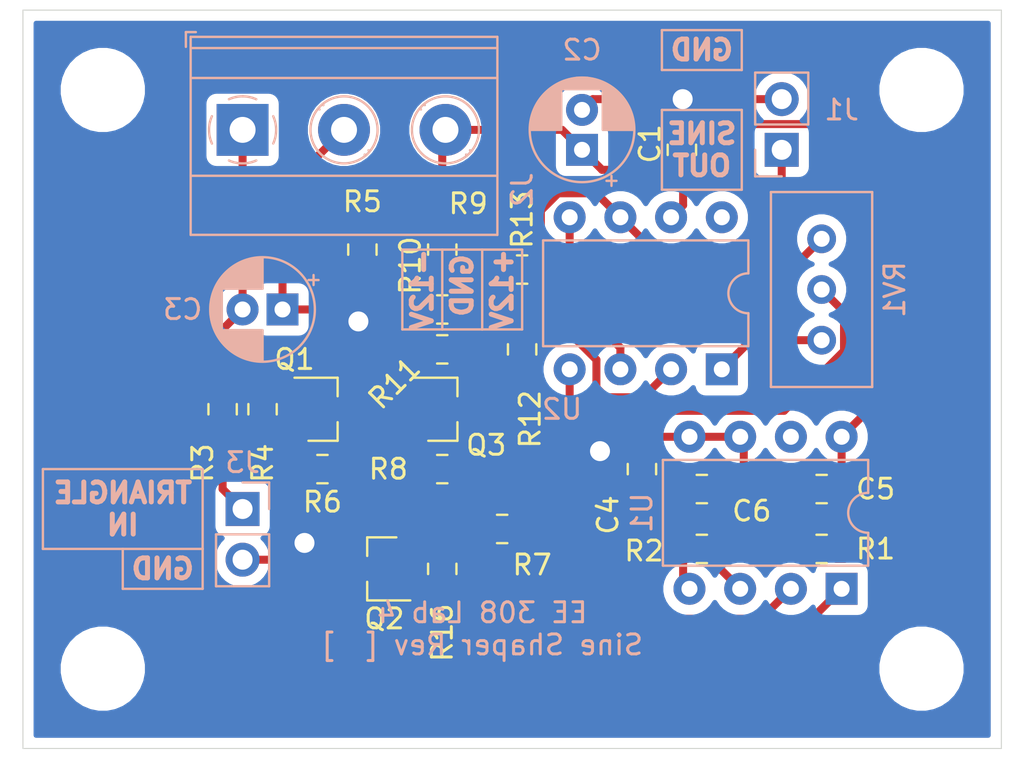
<source format=kicad_pcb>
(kicad_pcb (version 20171130) (host pcbnew "(5.1.9)-1")

  (general
    (thickness 1.6)
    (drawings 39)
    (tracks 149)
    (zones 0)
    (modules 33)
    (nets 20)
  )

  (page A4)
  (layers
    (0 F.Cu signal)
    (31 B.Cu signal)
    (32 B.Adhes user)
    (33 F.Adhes user)
    (34 B.Paste user)
    (35 F.Paste user)
    (36 B.SilkS user)
    (37 F.SilkS user)
    (38 B.Mask user)
    (39 F.Mask user)
    (40 Dwgs.User user)
    (41 Cmts.User user)
    (42 Eco1.User user)
    (43 Eco2.User user)
    (44 Edge.Cuts user)
    (45 Margin user)
    (46 B.CrtYd user)
    (47 F.CrtYd user)
    (48 B.Fab user)
    (49 F.Fab user)
  )

  (setup
    (last_trace_width 0.4)
    (user_trace_width 0.25)
    (user_trace_width 0.4)
    (trace_clearance 0.2)
    (zone_clearance 0.508)
    (zone_45_only no)
    (trace_min 0.2)
    (via_size 0.8)
    (via_drill 0.4)
    (via_min_size 0.4)
    (via_min_drill 0.3)
    (user_via 2 1)
    (uvia_size 0.3)
    (uvia_drill 0.1)
    (uvias_allowed no)
    (uvia_min_size 0.2)
    (uvia_min_drill 0.1)
    (edge_width 0.05)
    (segment_width 0.2)
    (pcb_text_width 0.3)
    (pcb_text_size 1.5 1.5)
    (mod_edge_width 0.12)
    (mod_text_size 1 1)
    (mod_text_width 0.15)
    (pad_size 1.524 1.524)
    (pad_drill 0.762)
    (pad_to_mask_clearance 0)
    (aux_axis_origin 0 0)
    (visible_elements FFFFFF7F)
    (pcbplotparams
      (layerselection 0x010fc_ffffffff)
      (usegerberextensions false)
      (usegerberattributes true)
      (usegerberadvancedattributes true)
      (creategerberjobfile true)
      (excludeedgelayer true)
      (linewidth 0.100000)
      (plotframeref false)
      (viasonmask false)
      (mode 1)
      (useauxorigin false)
      (hpglpennumber 1)
      (hpglpenspeed 20)
      (hpglpendiameter 15.000000)
      (psnegative false)
      (psa4output false)
      (plotreference true)
      (plotvalue true)
      (plotinvisibletext false)
      (padsonsilk false)
      (subtractmaskfromsilk false)
      (outputformat 1)
      (mirror false)
      (drillshape 1)
      (scaleselection 1)
      (outputdirectory ""))
  )

  (net 0 "")
  (net 1 GND)
  (net 2 +12V)
  (net 3 -12V)
  (net 4 /SINE_OUT)
  (net 5 /TRIANGLE_IN)
  (net 6 "Net-(Q1-Pad3)")
  (net 7 "Net-(Q1-Pad2)")
  (net 8 /TRIANGLE_DIV)
  (net 9 "Net-(Q2-Pad3)")
  (net 10 "Net-(Q2-Pad2)")
  (net 11 "Net-(Q2-Pad1)")
  (net 12 "Net-(Q3-Pad3)")
  (net 13 "Net-(Q3-Pad2)")
  (net 14 /CURR_SET)
  (net 15 "Net-(R10-Pad1)")
  (net 16 "Net-(R11-Pad1)")
  (net 17 "Net-(R16-Pad2)")
  (net 18 "Net-(RV1-Pad1)")
  (net 19 "Net-(RV1-Pad3)")

  (net_class Default "This is the default net class."
    (clearance 0.2)
    (trace_width 0.25)
    (via_dia 0.8)
    (via_drill 0.4)
    (uvia_dia 0.3)
    (uvia_drill 0.1)
    (add_net +12V)
    (add_net -12V)
    (add_net /CURR_SET)
    (add_net /SINE_OUT)
    (add_net /TRIANGLE_DIV)
    (add_net /TRIANGLE_IN)
    (add_net GND)
    (add_net "Net-(Q1-Pad2)")
    (add_net "Net-(Q1-Pad3)")
    (add_net "Net-(Q2-Pad1)")
    (add_net "Net-(Q2-Pad2)")
    (add_net "Net-(Q2-Pad3)")
    (add_net "Net-(Q3-Pad2)")
    (add_net "Net-(Q3-Pad3)")
    (add_net "Net-(R10-Pad1)")
    (add_net "Net-(R11-Pad1)")
    (add_net "Net-(R16-Pad2)")
    (add_net "Net-(RV1-Pad1)")
    (add_net "Net-(RV1-Pad3)")
  )

  (module Potentiometer_THT:Potentiometer_Bourns_3296W_Vertical (layer B.Cu) (tedit 5A3D4994) (tstamp 60B974B3)
    (at 148 87.46 90)
    (descr "Potentiometer, vertical, Bourns 3296W, https://www.bourns.com/pdfs/3296.pdf")
    (tags "Potentiometer vertical Bourns 3296W")
    (path /61316A2C)
    (fp_text reference RV1 (at -2.54 3.66 270) (layer B.SilkS)
      (effects (font (size 1 1) (thickness 0.15)) (justify mirror))
    )
    (fp_text value 10k (at -2.54 -3.67 270) (layer B.Fab)
      (effects (font (size 1 1) (thickness 0.15)) (justify mirror))
    )
    (fp_text user %R (at -3.175 -0.005 270) (layer B.Fab)
      (effects (font (size 1 1) (thickness 0.15)) (justify mirror))
    )
    (fp_circle (center 0.955 -1.15) (end 2.05 -1.15) (layer B.Fab) (width 0.1))
    (fp_line (start -7.305 2.41) (end -7.305 -2.42) (layer B.Fab) (width 0.1))
    (fp_line (start -7.305 -2.42) (end 2.225 -2.42) (layer B.Fab) (width 0.1))
    (fp_line (start 2.225 -2.42) (end 2.225 2.41) (layer B.Fab) (width 0.1))
    (fp_line (start 2.225 2.41) (end -7.305 2.41) (layer B.Fab) (width 0.1))
    (fp_line (start 0.955 -2.235) (end 0.956 -0.066) (layer B.Fab) (width 0.1))
    (fp_line (start 0.955 -2.235) (end 0.956 -0.066) (layer B.Fab) (width 0.1))
    (fp_line (start -7.425 2.53) (end 2.345 2.53) (layer B.SilkS) (width 0.12))
    (fp_line (start -7.425 -2.54) (end 2.345 -2.54) (layer B.SilkS) (width 0.12))
    (fp_line (start -7.425 2.53) (end -7.425 -2.54) (layer B.SilkS) (width 0.12))
    (fp_line (start 2.345 2.53) (end 2.345 -2.54) (layer B.SilkS) (width 0.12))
    (fp_line (start -7.6 2.7) (end -7.6 -2.7) (layer B.CrtYd) (width 0.05))
    (fp_line (start -7.6 -2.7) (end 2.5 -2.7) (layer B.CrtYd) (width 0.05))
    (fp_line (start 2.5 -2.7) (end 2.5 2.7) (layer B.CrtYd) (width 0.05))
    (fp_line (start 2.5 2.7) (end -7.6 2.7) (layer B.CrtYd) (width 0.05))
    (pad 3 thru_hole circle (at -5.08 0 90) (size 1.44 1.44) (drill 0.8) (layers *.Cu *.Mask)
      (net 19 "Net-(RV1-Pad3)"))
    (pad 2 thru_hole circle (at -2.54 0 90) (size 1.44 1.44) (drill 0.8) (layers *.Cu *.Mask)
      (net 3 -12V))
    (pad 1 thru_hole circle (at 0 0 90) (size 1.44 1.44) (drill 0.8) (layers *.Cu *.Mask)
      (net 18 "Net-(RV1-Pad1)"))
    (model ${KISYS3DMOD}/Potentiometer_THT.3dshapes/Potentiometer_Bourns_3296W_Vertical.wrl
      (at (xyz 0 0 0))
      (scale (xyz 1 1 1))
      (rotate (xyz 0 0 0))
    )
  )

  (module Package_DIP:DIP-8_W7.62mm (layer B.Cu) (tedit 5A02E8C5) (tstamp 60B97505)
    (at 143 94 90)
    (descr "8-lead though-hole mounted DIP package, row spacing 7.62 mm (300 mils)")
    (tags "THT DIP DIL PDIP 2.54mm 7.62mm 300mil")
    (path /6130DE42)
    (fp_text reference U2 (at -2 -8) (layer B.SilkS)
      (effects (font (size 1 1) (thickness 0.15)) (justify mirror))
    )
    (fp_text value LF356 (at 3.81 -9.95 270) (layer B.Fab)
      (effects (font (size 1 1) (thickness 0.15)) (justify mirror))
    )
    (fp_text user %R (at 3.81 -3.81 270) (layer B.Fab)
      (effects (font (size 1 1) (thickness 0.15)) (justify mirror))
    )
    (fp_arc (start 3.81 1.33) (end 2.81 1.33) (angle 180) (layer B.SilkS) (width 0.12))
    (fp_line (start 1.635 1.27) (end 6.985 1.27) (layer B.Fab) (width 0.1))
    (fp_line (start 6.985 1.27) (end 6.985 -8.89) (layer B.Fab) (width 0.1))
    (fp_line (start 6.985 -8.89) (end 0.635 -8.89) (layer B.Fab) (width 0.1))
    (fp_line (start 0.635 -8.89) (end 0.635 0.27) (layer B.Fab) (width 0.1))
    (fp_line (start 0.635 0.27) (end 1.635 1.27) (layer B.Fab) (width 0.1))
    (fp_line (start 2.81 1.33) (end 1.16 1.33) (layer B.SilkS) (width 0.12))
    (fp_line (start 1.16 1.33) (end 1.16 -8.95) (layer B.SilkS) (width 0.12))
    (fp_line (start 1.16 -8.95) (end 6.46 -8.95) (layer B.SilkS) (width 0.12))
    (fp_line (start 6.46 -8.95) (end 6.46 1.33) (layer B.SilkS) (width 0.12))
    (fp_line (start 6.46 1.33) (end 4.81 1.33) (layer B.SilkS) (width 0.12))
    (fp_line (start -1.1 1.55) (end -1.1 -9.15) (layer B.CrtYd) (width 0.05))
    (fp_line (start -1.1 -9.15) (end 8.7 -9.15) (layer B.CrtYd) (width 0.05))
    (fp_line (start 8.7 -9.15) (end 8.7 1.55) (layer B.CrtYd) (width 0.05))
    (fp_line (start 8.7 1.55) (end -1.1 1.55) (layer B.CrtYd) (width 0.05))
    (pad 8 thru_hole oval (at 7.62 0 90) (size 1.6 1.6) (drill 0.8) (layers *.Cu *.Mask))
    (pad 4 thru_hole oval (at 0 -7.62 90) (size 1.6 1.6) (drill 0.8) (layers *.Cu *.Mask)
      (net 3 -12V))
    (pad 7 thru_hole oval (at 7.62 -2.54 90) (size 1.6 1.6) (drill 0.8) (layers *.Cu *.Mask)
      (net 2 +12V))
    (pad 3 thru_hole oval (at 0 -5.08 90) (size 1.6 1.6) (drill 0.8) (layers *.Cu *.Mask)
      (net 15 "Net-(R10-Pad1)"))
    (pad 6 thru_hole oval (at 7.62 -5.08 90) (size 1.6 1.6) (drill 0.8) (layers *.Cu *.Mask)
      (net 4 /SINE_OUT))
    (pad 2 thru_hole oval (at 0 -2.54 90) (size 1.6 1.6) (drill 0.8) (layers *.Cu *.Mask)
      (net 16 "Net-(R11-Pad1)"))
    (pad 5 thru_hole oval (at 7.62 -7.62 90) (size 1.6 1.6) (drill 0.8) (layers *.Cu *.Mask)
      (net 18 "Net-(RV1-Pad1)"))
    (pad 1 thru_hole rect (at 0 0 90) (size 1.6 1.6) (drill 0.8) (layers *.Cu *.Mask)
      (net 19 "Net-(RV1-Pad3)"))
    (model ${KISYS3DMOD}/Package_DIP.3dshapes/DIP-8_W7.62mm.wrl
      (at (xyz 0 0 0))
      (scale (xyz 1 1 1))
      (rotate (xyz 0 0 0))
    )
  )

  (module Capacitor_SMD:C_0805_2012Metric (layer F.Cu) (tedit 5B36C52B) (tstamp 60B97156)
    (at 141.999999 100)
    (descr "Capacitor SMD 0805 (2012 Metric), square (rectangular) end terminal, IPC_7351 nominal, (Body size source: https://docs.google.com/spreadsheets/d/1BsfQQcO9C6DZCsRaXUlFlo91Tg2WpOkGARC1WS5S8t0/edit?usp=sharing), generated with kicad-footprint-generator")
    (tags capacitor)
    (path /612F0D0F)
    (attr smd)
    (fp_text reference C6 (at 2.500001 1.1) (layer F.SilkS)
      (effects (font (size 1 1) (thickness 0.15)))
    )
    (fp_text value 0.1uF (at 0 1.65) (layer F.Fab)
      (effects (font (size 1 1) (thickness 0.15)))
    )
    (fp_text user %R (at 0 0) (layer F.Fab)
      (effects (font (size 0.5 0.5) (thickness 0.08)))
    )
    (fp_line (start -1 0.6) (end -1 -0.6) (layer F.Fab) (width 0.1))
    (fp_line (start -1 -0.6) (end 1 -0.6) (layer F.Fab) (width 0.1))
    (fp_line (start 1 -0.6) (end 1 0.6) (layer F.Fab) (width 0.1))
    (fp_line (start 1 0.6) (end -1 0.6) (layer F.Fab) (width 0.1))
    (fp_line (start -0.258578 -0.71) (end 0.258578 -0.71) (layer F.SilkS) (width 0.12))
    (fp_line (start -0.258578 0.71) (end 0.258578 0.71) (layer F.SilkS) (width 0.12))
    (fp_line (start -1.68 0.95) (end -1.68 -0.95) (layer F.CrtYd) (width 0.05))
    (fp_line (start -1.68 -0.95) (end 1.68 -0.95) (layer F.CrtYd) (width 0.05))
    (fp_line (start 1.68 -0.95) (end 1.68 0.95) (layer F.CrtYd) (width 0.05))
    (fp_line (start 1.68 0.95) (end -1.68 0.95) (layer F.CrtYd) (width 0.05))
    (pad 2 smd roundrect (at 0.9375 0) (size 0.975 1.4) (layers F.Cu F.Paste F.Mask) (roundrect_rratio 0.25)
      (net 1 GND))
    (pad 1 smd roundrect (at -0.9375 0) (size 0.975 1.4) (layers F.Cu F.Paste F.Mask) (roundrect_rratio 0.25)
      (net 3 -12V))
    (model ${KISYS3DMOD}/Capacitor_SMD.3dshapes/C_0805_2012Metric.wrl
      (at (xyz 0 0 0))
      (scale (xyz 1 1 1))
      (rotate (xyz 0 0 0))
    )
  )

  (module Capacitor_SMD:C_0805_2012Metric (layer F.Cu) (tedit 5B36C52B) (tstamp 60B97145)
    (at 148 100 180)
    (descr "Capacitor SMD 0805 (2012 Metric), square (rectangular) end terminal, IPC_7351 nominal, (Body size source: https://docs.google.com/spreadsheets/d/1BsfQQcO9C6DZCsRaXUlFlo91Tg2WpOkGARC1WS5S8t0/edit?usp=sharing), generated with kicad-footprint-generator")
    (tags capacitor)
    (path /612DF755)
    (attr smd)
    (fp_text reference C5 (at -2.7 0) (layer F.SilkS)
      (effects (font (size 1 1) (thickness 0.15)))
    )
    (fp_text value 0.1uF (at 0 1.65) (layer F.Fab)
      (effects (font (size 1 1) (thickness 0.15)))
    )
    (fp_text user %R (at 0 0) (layer F.Fab)
      (effects (font (size 0.5 0.5) (thickness 0.08)))
    )
    (fp_line (start -1 0.6) (end -1 -0.6) (layer F.Fab) (width 0.1))
    (fp_line (start -1 -0.6) (end 1 -0.6) (layer F.Fab) (width 0.1))
    (fp_line (start 1 -0.6) (end 1 0.6) (layer F.Fab) (width 0.1))
    (fp_line (start 1 0.6) (end -1 0.6) (layer F.Fab) (width 0.1))
    (fp_line (start -0.258578 -0.71) (end 0.258578 -0.71) (layer F.SilkS) (width 0.12))
    (fp_line (start -0.258578 0.71) (end 0.258578 0.71) (layer F.SilkS) (width 0.12))
    (fp_line (start -1.68 0.95) (end -1.68 -0.95) (layer F.CrtYd) (width 0.05))
    (fp_line (start -1.68 -0.95) (end 1.68 -0.95) (layer F.CrtYd) (width 0.05))
    (fp_line (start 1.68 -0.95) (end 1.68 0.95) (layer F.CrtYd) (width 0.05))
    (fp_line (start 1.68 0.95) (end -1.68 0.95) (layer F.CrtYd) (width 0.05))
    (pad 2 smd roundrect (at 0.9375 0 180) (size 0.975 1.4) (layers F.Cu F.Paste F.Mask) (roundrect_rratio 0.25)
      (net 1 GND))
    (pad 1 smd roundrect (at -0.9375 0 180) (size 0.975 1.4) (layers F.Cu F.Paste F.Mask) (roundrect_rratio 0.25)
      (net 2 +12V))
    (model ${KISYS3DMOD}/Capacitor_SMD.3dshapes/C_0805_2012Metric.wrl
      (at (xyz 0 0 0))
      (scale (xyz 1 1 1))
      (rotate (xyz 0 0 0))
    )
  )

  (module Resistor_SMD:R_0805_2012Metric (layer F.Cu) (tedit 5B36C52B) (tstamp 60B910B1)
    (at 129 104 270)
    (descr "Resistor SMD 0805 (2012 Metric), square (rectangular) end terminal, IPC_7351 nominal, (Body size source: https://docs.google.com/spreadsheets/d/1BsfQQcO9C6DZCsRaXUlFlo91Tg2WpOkGARC1WS5S8t0/edit?usp=sharing), generated with kicad-footprint-generator")
    (tags resistor)
    (path /61283C98)
    (attr smd)
    (fp_text reference R16 (at 3.2 0 270) (layer F.SilkS)
      (effects (font (size 1 1) (thickness 0.15)))
    )
    (fp_text value 0R (at 0 1.65 90) (layer F.Fab)
      (effects (font (size 1 1) (thickness 0.15)))
    )
    (fp_text user %R (at 0 0 90) (layer F.Fab)
      (effects (font (size 0.5 0.5) (thickness 0.08)))
    )
    (fp_line (start -1 0.6) (end -1 -0.6) (layer F.Fab) (width 0.1))
    (fp_line (start -1 -0.6) (end 1 -0.6) (layer F.Fab) (width 0.1))
    (fp_line (start 1 -0.6) (end 1 0.6) (layer F.Fab) (width 0.1))
    (fp_line (start 1 0.6) (end -1 0.6) (layer F.Fab) (width 0.1))
    (fp_line (start -0.258578 -0.71) (end 0.258578 -0.71) (layer F.SilkS) (width 0.12))
    (fp_line (start -0.258578 0.71) (end 0.258578 0.71) (layer F.SilkS) (width 0.12))
    (fp_line (start -1.68 0.95) (end -1.68 -0.95) (layer F.CrtYd) (width 0.05))
    (fp_line (start -1.68 -0.95) (end 1.68 -0.95) (layer F.CrtYd) (width 0.05))
    (fp_line (start 1.68 -0.95) (end 1.68 0.95) (layer F.CrtYd) (width 0.05))
    (fp_line (start 1.68 0.95) (end -1.68 0.95) (layer F.CrtYd) (width 0.05))
    (pad 2 smd roundrect (at 0.9375 0 270) (size 0.975 1.4) (layers F.Cu F.Paste F.Mask) (roundrect_rratio 0.25)
      (net 17 "Net-(R16-Pad2)"))
    (pad 1 smd roundrect (at -0.9375 0 270) (size 0.975 1.4) (layers F.Cu F.Paste F.Mask) (roundrect_rratio 0.25)
      (net 11 "Net-(Q2-Pad1)"))
    (model ${KISYS3DMOD}/Resistor_SMD.3dshapes/R_0805_2012Metric.wrl
      (at (xyz 0 0 0))
      (scale (xyz 1 1 1))
      (rotate (xyz 0 0 0))
    )
  )

  (module Package_DIP:DIP-8_W7.62mm (layer B.Cu) (tedit 5A02E8C5) (tstamp 60B8B5D6)
    (at 149 105 90)
    (descr "8-lead though-hole mounted DIP package, row spacing 7.62 mm (300 mils)")
    (tags "THT DIP DIL PDIP 2.54mm 7.62mm 300mil")
    (path /61171D52)
    (fp_text reference U1 (at 3.81 -10 90) (layer B.SilkS)
      (effects (font (size 1 1) (thickness 0.15)) (justify mirror))
    )
    (fp_text value LM358 (at 3.81 -9.95 90) (layer B.Fab)
      (effects (font (size 1 1) (thickness 0.15)) (justify mirror))
    )
    (fp_text user %R (at 3.81 -3.81 90) (layer B.Fab)
      (effects (font (size 1 1) (thickness 0.15)) (justify mirror))
    )
    (fp_arc (start 3.81 1.33) (end 2.81 1.33) (angle 180) (layer B.SilkS) (width 0.12))
    (fp_line (start 1.635 1.27) (end 6.985 1.27) (layer B.Fab) (width 0.1))
    (fp_line (start 6.985 1.27) (end 6.985 -8.89) (layer B.Fab) (width 0.1))
    (fp_line (start 6.985 -8.89) (end 0.635 -8.89) (layer B.Fab) (width 0.1))
    (fp_line (start 0.635 -8.89) (end 0.635 0.27) (layer B.Fab) (width 0.1))
    (fp_line (start 0.635 0.27) (end 1.635 1.27) (layer B.Fab) (width 0.1))
    (fp_line (start 2.81 1.33) (end 1.16 1.33) (layer B.SilkS) (width 0.12))
    (fp_line (start 1.16 1.33) (end 1.16 -8.95) (layer B.SilkS) (width 0.12))
    (fp_line (start 1.16 -8.95) (end 6.46 -8.95) (layer B.SilkS) (width 0.12))
    (fp_line (start 6.46 -8.95) (end 6.46 1.33) (layer B.SilkS) (width 0.12))
    (fp_line (start 6.46 1.33) (end 4.81 1.33) (layer B.SilkS) (width 0.12))
    (fp_line (start -1.1 1.55) (end -1.1 -9.15) (layer B.CrtYd) (width 0.05))
    (fp_line (start -1.1 -9.15) (end 8.7 -9.15) (layer B.CrtYd) (width 0.05))
    (fp_line (start 8.7 -9.15) (end 8.7 1.55) (layer B.CrtYd) (width 0.05))
    (fp_line (start 8.7 1.55) (end -1.1 1.55) (layer B.CrtYd) (width 0.05))
    (pad 8 thru_hole oval (at 7.62 0 90) (size 1.6 1.6) (drill 0.8) (layers *.Cu *.Mask)
      (net 2 +12V))
    (pad 4 thru_hole oval (at 0 -7.62 90) (size 1.6 1.6) (drill 0.8) (layers *.Cu *.Mask)
      (net 3 -12V))
    (pad 7 thru_hole oval (at 7.62 -2.54 90) (size 1.6 1.6) (drill 0.8) (layers *.Cu *.Mask))
    (pad 3 thru_hole oval (at 0 -5.08 90) (size 1.6 1.6) (drill 0.8) (layers *.Cu *.Mask)
      (net 14 /CURR_SET))
    (pad 6 thru_hole oval (at 7.62 -5.08 90) (size 1.6 1.6) (drill 0.8) (layers *.Cu *.Mask)
      (net 1 GND))
    (pad 2 thru_hole oval (at 0 -2.54 90) (size 1.6 1.6) (drill 0.8) (layers *.Cu *.Mask)
      (net 10 "Net-(Q2-Pad2)"))
    (pad 5 thru_hole oval (at 7.62 -7.62 90) (size 1.6 1.6) (drill 0.8) (layers *.Cu *.Mask)
      (net 1 GND))
    (pad 1 thru_hole rect (at 0 0 90) (size 1.6 1.6) (drill 0.8) (layers *.Cu *.Mask)
      (net 17 "Net-(R16-Pad2)"))
    (model ${KISYS3DMOD}/Package_DIP.3dshapes/DIP-8_W7.62mm.wrl
      (at (xyz 0 0 0))
      (scale (xyz 1 1 1))
      (rotate (xyz 0 0 0))
    )
  )

  (module Resistor_SMD:R_0805_2012Metric (layer F.Cu) (tedit 5B36C52B) (tstamp 60B8B5B2)
    (at 133 89)
    (descr "Resistor SMD 0805 (2012 Metric), square (rectangular) end terminal, IPC_7351 nominal, (Body size source: https://docs.google.com/spreadsheets/d/1BsfQQcO9C6DZCsRaXUlFlo91Tg2WpOkGARC1WS5S8t0/edit?usp=sharing), generated with kicad-footprint-generator")
    (tags resistor)
    (path /61171DDA)
    (attr smd)
    (fp_text reference R13 (at 0 -2.5 90) (layer F.SilkS)
      (effects (font (size 1 1) (thickness 0.15)))
    )
    (fp_text value 100k (at 0 1.65) (layer F.Fab)
      (effects (font (size 1 1) (thickness 0.15)))
    )
    (fp_text user %R (at 0 0) (layer F.Fab)
      (effects (font (size 0.5 0.5) (thickness 0.08)))
    )
    (fp_line (start -1 0.6) (end -1 -0.6) (layer F.Fab) (width 0.1))
    (fp_line (start -1 -0.6) (end 1 -0.6) (layer F.Fab) (width 0.1))
    (fp_line (start 1 -0.6) (end 1 0.6) (layer F.Fab) (width 0.1))
    (fp_line (start 1 0.6) (end -1 0.6) (layer F.Fab) (width 0.1))
    (fp_line (start -0.258578 -0.71) (end 0.258578 -0.71) (layer F.SilkS) (width 0.12))
    (fp_line (start -0.258578 0.71) (end 0.258578 0.71) (layer F.SilkS) (width 0.12))
    (fp_line (start -1.68 0.95) (end -1.68 -0.95) (layer F.CrtYd) (width 0.05))
    (fp_line (start -1.68 -0.95) (end 1.68 -0.95) (layer F.CrtYd) (width 0.05))
    (fp_line (start 1.68 -0.95) (end 1.68 0.95) (layer F.CrtYd) (width 0.05))
    (fp_line (start 1.68 0.95) (end -1.68 0.95) (layer F.CrtYd) (width 0.05))
    (pad 2 smd roundrect (at 0.9375 0) (size 0.975 1.4) (layers F.Cu F.Paste F.Mask) (roundrect_rratio 0.25)
      (net 4 /SINE_OUT))
    (pad 1 smd roundrect (at -0.9375 0) (size 0.975 1.4) (layers F.Cu F.Paste F.Mask) (roundrect_rratio 0.25)
      (net 15 "Net-(R10-Pad1)"))
    (model ${KISYS3DMOD}/Resistor_SMD.3dshapes/R_0805_2012Metric.wrl
      (at (xyz 0 0 0))
      (scale (xyz 1 1 1))
      (rotate (xyz 0 0 0))
    )
  )

  (module Resistor_SMD:R_0805_2012Metric (layer F.Cu) (tedit 5B36C52B) (tstamp 60B8B5A1)
    (at 133 93 90)
    (descr "Resistor SMD 0805 (2012 Metric), square (rectangular) end terminal, IPC_7351 nominal, (Body size source: https://docs.google.com/spreadsheets/d/1BsfQQcO9C6DZCsRaXUlFlo91Tg2WpOkGARC1WS5S8t0/edit?usp=sharing), generated with kicad-footprint-generator")
    (tags resistor)
    (path /61171D96)
    (attr smd)
    (fp_text reference R12 (at -3.5 0.4 90) (layer F.SilkS)
      (effects (font (size 1 1) (thickness 0.15)))
    )
    (fp_text value 100k (at 0 1.65 90) (layer F.Fab)
      (effects (font (size 1 1) (thickness 0.15)))
    )
    (fp_text user %R (at 0 0 90) (layer F.Fab)
      (effects (font (size 0.5 0.5) (thickness 0.08)))
    )
    (fp_line (start -1 0.6) (end -1 -0.6) (layer F.Fab) (width 0.1))
    (fp_line (start -1 -0.6) (end 1 -0.6) (layer F.Fab) (width 0.1))
    (fp_line (start 1 -0.6) (end 1 0.6) (layer F.Fab) (width 0.1))
    (fp_line (start 1 0.6) (end -1 0.6) (layer F.Fab) (width 0.1))
    (fp_line (start -0.258578 -0.71) (end 0.258578 -0.71) (layer F.SilkS) (width 0.12))
    (fp_line (start -0.258578 0.71) (end 0.258578 0.71) (layer F.SilkS) (width 0.12))
    (fp_line (start -1.68 0.95) (end -1.68 -0.95) (layer F.CrtYd) (width 0.05))
    (fp_line (start -1.68 -0.95) (end 1.68 -0.95) (layer F.CrtYd) (width 0.05))
    (fp_line (start 1.68 -0.95) (end 1.68 0.95) (layer F.CrtYd) (width 0.05))
    (fp_line (start 1.68 0.95) (end -1.68 0.95) (layer F.CrtYd) (width 0.05))
    (pad 2 smd roundrect (at 0.9375 0 90) (size 0.975 1.4) (layers F.Cu F.Paste F.Mask) (roundrect_rratio 0.25)
      (net 16 "Net-(R11-Pad1)"))
    (pad 1 smd roundrect (at -0.9375 0 90) (size 0.975 1.4) (layers F.Cu F.Paste F.Mask) (roundrect_rratio 0.25)
      (net 1 GND))
    (model ${KISYS3DMOD}/Resistor_SMD.3dshapes/R_0805_2012Metric.wrl
      (at (xyz 0 0 0))
      (scale (xyz 1 1 1))
      (rotate (xyz 0 0 0))
    )
  )

  (module Resistor_SMD:R_0805_2012Metric (layer F.Cu) (tedit 5B36C52B) (tstamp 60B8B590)
    (at 129 93 180)
    (descr "Resistor SMD 0805 (2012 Metric), square (rectangular) end terminal, IPC_7351 nominal, (Body size source: https://docs.google.com/spreadsheets/d/1BsfQQcO9C6DZCsRaXUlFlo91Tg2WpOkGARC1WS5S8t0/edit?usp=sharing), generated with kicad-footprint-generator")
    (tags resistor)
    (path /61171D8F)
    (attr smd)
    (fp_text reference R11 (at 2.4 -1.7 225) (layer F.SilkS)
      (effects (font (size 1 1) (thickness 0.15)))
    )
    (fp_text value 1.2M (at 0 1.65) (layer F.Fab)
      (effects (font (size 1 1) (thickness 0.15)))
    )
    (fp_text user %R (at 0 0) (layer F.Fab)
      (effects (font (size 0.5 0.5) (thickness 0.08)))
    )
    (fp_line (start -1 0.6) (end -1 -0.6) (layer F.Fab) (width 0.1))
    (fp_line (start -1 -0.6) (end 1 -0.6) (layer F.Fab) (width 0.1))
    (fp_line (start 1 -0.6) (end 1 0.6) (layer F.Fab) (width 0.1))
    (fp_line (start 1 0.6) (end -1 0.6) (layer F.Fab) (width 0.1))
    (fp_line (start -0.258578 -0.71) (end 0.258578 -0.71) (layer F.SilkS) (width 0.12))
    (fp_line (start -0.258578 0.71) (end 0.258578 0.71) (layer F.SilkS) (width 0.12))
    (fp_line (start -1.68 0.95) (end -1.68 -0.95) (layer F.CrtYd) (width 0.05))
    (fp_line (start -1.68 -0.95) (end 1.68 -0.95) (layer F.CrtYd) (width 0.05))
    (fp_line (start 1.68 -0.95) (end 1.68 0.95) (layer F.CrtYd) (width 0.05))
    (fp_line (start 1.68 0.95) (end -1.68 0.95) (layer F.CrtYd) (width 0.05))
    (pad 2 smd roundrect (at 0.9375 0 180) (size 0.975 1.4) (layers F.Cu F.Paste F.Mask) (roundrect_rratio 0.25)
      (net 12 "Net-(Q3-Pad3)"))
    (pad 1 smd roundrect (at -0.9375 0 180) (size 0.975 1.4) (layers F.Cu F.Paste F.Mask) (roundrect_rratio 0.25)
      (net 16 "Net-(R11-Pad1)"))
    (model ${KISYS3DMOD}/Resistor_SMD.3dshapes/R_0805_2012Metric.wrl
      (at (xyz 0 0 0))
      (scale (xyz 1 1 1))
      (rotate (xyz 0 0 0))
    )
  )

  (module Resistor_SMD:R_0805_2012Metric (layer F.Cu) (tedit 5B36C52B) (tstamp 60B8B57F)
    (at 129 91 180)
    (descr "Resistor SMD 0805 (2012 Metric), square (rectangular) end terminal, IPC_7351 nominal, (Body size source: https://docs.google.com/spreadsheets/d/1BsfQQcO9C6DZCsRaXUlFlo91Tg2WpOkGARC1WS5S8t0/edit?usp=sharing), generated with kicad-footprint-generator")
    (tags resistor)
    (path /61171D81)
    (attr smd)
    (fp_text reference R10 (at 1.6 2.2 90) (layer F.SilkS)
      (effects (font (size 1 1) (thickness 0.15)))
    )
    (fp_text value 1.2M (at 0 1.65) (layer F.Fab)
      (effects (font (size 1 1) (thickness 0.15)))
    )
    (fp_text user %R (at 0 0) (layer F.Fab)
      (effects (font (size 0.5 0.5) (thickness 0.08)))
    )
    (fp_line (start -1 0.6) (end -1 -0.6) (layer F.Fab) (width 0.1))
    (fp_line (start -1 -0.6) (end 1 -0.6) (layer F.Fab) (width 0.1))
    (fp_line (start 1 -0.6) (end 1 0.6) (layer F.Fab) (width 0.1))
    (fp_line (start 1 0.6) (end -1 0.6) (layer F.Fab) (width 0.1))
    (fp_line (start -0.258578 -0.71) (end 0.258578 -0.71) (layer F.SilkS) (width 0.12))
    (fp_line (start -0.258578 0.71) (end 0.258578 0.71) (layer F.SilkS) (width 0.12))
    (fp_line (start -1.68 0.95) (end -1.68 -0.95) (layer F.CrtYd) (width 0.05))
    (fp_line (start -1.68 -0.95) (end 1.68 -0.95) (layer F.CrtYd) (width 0.05))
    (fp_line (start 1.68 -0.95) (end 1.68 0.95) (layer F.CrtYd) (width 0.05))
    (fp_line (start 1.68 0.95) (end -1.68 0.95) (layer F.CrtYd) (width 0.05))
    (pad 2 smd roundrect (at 0.9375 0 180) (size 0.975 1.4) (layers F.Cu F.Paste F.Mask) (roundrect_rratio 0.25)
      (net 6 "Net-(Q1-Pad3)"))
    (pad 1 smd roundrect (at -0.9375 0 180) (size 0.975 1.4) (layers F.Cu F.Paste F.Mask) (roundrect_rratio 0.25)
      (net 15 "Net-(R10-Pad1)"))
    (model ${KISYS3DMOD}/Resistor_SMD.3dshapes/R_0805_2012Metric.wrl
      (at (xyz 0 0 0))
      (scale (xyz 1 1 1))
      (rotate (xyz 0 0 0))
    )
  )

  (module Resistor_SMD:R_0805_2012Metric (layer F.Cu) (tedit 5B36C52B) (tstamp 60B8B56E)
    (at 129 88 270)
    (descr "Resistor SMD 0805 (2012 Metric), square (rectangular) end terminal, IPC_7351 nominal, (Body size source: https://docs.google.com/spreadsheets/d/1BsfQQcO9C6DZCsRaXUlFlo91Tg2WpOkGARC1WS5S8t0/edit?usp=sharing), generated with kicad-footprint-generator")
    (tags resistor)
    (path /61171D66)
    (attr smd)
    (fp_text reference R9 (at -2.3 -1.3 180) (layer F.SilkS)
      (effects (font (size 1 1) (thickness 0.15)))
    )
    (fp_text value 1k (at 0 1.65 90) (layer F.Fab)
      (effects (font (size 1 1) (thickness 0.15)))
    )
    (fp_text user %R (at 0 0 90) (layer F.Fab)
      (effects (font (size 0.5 0.5) (thickness 0.08)))
    )
    (fp_line (start -1 0.6) (end -1 -0.6) (layer F.Fab) (width 0.1))
    (fp_line (start -1 -0.6) (end 1 -0.6) (layer F.Fab) (width 0.1))
    (fp_line (start 1 -0.6) (end 1 0.6) (layer F.Fab) (width 0.1))
    (fp_line (start 1 0.6) (end -1 0.6) (layer F.Fab) (width 0.1))
    (fp_line (start -0.258578 -0.71) (end 0.258578 -0.71) (layer F.SilkS) (width 0.12))
    (fp_line (start -0.258578 0.71) (end 0.258578 0.71) (layer F.SilkS) (width 0.12))
    (fp_line (start -1.68 0.95) (end -1.68 -0.95) (layer F.CrtYd) (width 0.05))
    (fp_line (start -1.68 -0.95) (end 1.68 -0.95) (layer F.CrtYd) (width 0.05))
    (fp_line (start 1.68 -0.95) (end 1.68 0.95) (layer F.CrtYd) (width 0.05))
    (fp_line (start 1.68 0.95) (end -1.68 0.95) (layer F.CrtYd) (width 0.05))
    (pad 2 smd roundrect (at 0.9375 0 270) (size 0.975 1.4) (layers F.Cu F.Paste F.Mask) (roundrect_rratio 0.25)
      (net 12 "Net-(Q3-Pad3)"))
    (pad 1 smd roundrect (at -0.9375 0 270) (size 0.975 1.4) (layers F.Cu F.Paste F.Mask) (roundrect_rratio 0.25)
      (net 2 +12V))
    (model ${KISYS3DMOD}/Resistor_SMD.3dshapes/R_0805_2012Metric.wrl
      (at (xyz 0 0 0))
      (scale (xyz 1 1 1))
      (rotate (xyz 0 0 0))
    )
  )

  (module Resistor_SMD:R_0805_2012Metric (layer F.Cu) (tedit 5B36C52B) (tstamp 60B8B55D)
    (at 129 99)
    (descr "Resistor SMD 0805 (2012 Metric), square (rectangular) end terminal, IPC_7351 nominal, (Body size source: https://docs.google.com/spreadsheets/d/1BsfQQcO9C6DZCsRaXUlFlo91Tg2WpOkGARC1WS5S8t0/edit?usp=sharing), generated with kicad-footprint-generator")
    (tags resistor)
    (path /61171D0B)
    (attr smd)
    (fp_text reference R8 (at -2.7 0) (layer F.SilkS)
      (effects (font (size 1 1) (thickness 0.15)))
    )
    (fp_text value 10 (at 0 1.65) (layer F.Fab)
      (effects (font (size 1 1) (thickness 0.15)))
    )
    (fp_text user %R (at 0 0) (layer F.Fab)
      (effects (font (size 0.5 0.5) (thickness 0.08)))
    )
    (fp_line (start -1 0.6) (end -1 -0.6) (layer F.Fab) (width 0.1))
    (fp_line (start -1 -0.6) (end 1 -0.6) (layer F.Fab) (width 0.1))
    (fp_line (start 1 -0.6) (end 1 0.6) (layer F.Fab) (width 0.1))
    (fp_line (start 1 0.6) (end -1 0.6) (layer F.Fab) (width 0.1))
    (fp_line (start -0.258578 -0.71) (end 0.258578 -0.71) (layer F.SilkS) (width 0.12))
    (fp_line (start -0.258578 0.71) (end 0.258578 0.71) (layer F.SilkS) (width 0.12))
    (fp_line (start -1.68 0.95) (end -1.68 -0.95) (layer F.CrtYd) (width 0.05))
    (fp_line (start -1.68 -0.95) (end 1.68 -0.95) (layer F.CrtYd) (width 0.05))
    (fp_line (start 1.68 -0.95) (end 1.68 0.95) (layer F.CrtYd) (width 0.05))
    (fp_line (start 1.68 0.95) (end -1.68 0.95) (layer F.CrtYd) (width 0.05))
    (pad 2 smd roundrect (at 0.9375 0) (size 0.975 1.4) (layers F.Cu F.Paste F.Mask) (roundrect_rratio 0.25)
      (net 9 "Net-(Q2-Pad3)"))
    (pad 1 smd roundrect (at -0.9375 0) (size 0.975 1.4) (layers F.Cu F.Paste F.Mask) (roundrect_rratio 0.25)
      (net 13 "Net-(Q3-Pad2)"))
    (model ${KISYS3DMOD}/Resistor_SMD.3dshapes/R_0805_2012Metric.wrl
      (at (xyz 0 0 0))
      (scale (xyz 1 1 1))
      (rotate (xyz 0 0 0))
    )
  )

  (module Resistor_SMD:R_0805_2012Metric (layer F.Cu) (tedit 5B36C52B) (tstamp 60B8B54C)
    (at 132 102)
    (descr "Resistor SMD 0805 (2012 Metric), square (rectangular) end terminal, IPC_7351 nominal, (Body size source: https://docs.google.com/spreadsheets/d/1BsfQQcO9C6DZCsRaXUlFlo91Tg2WpOkGARC1WS5S8t0/edit?usp=sharing), generated with kicad-footprint-generator")
    (tags resistor)
    (path /61171D48)
    (attr smd)
    (fp_text reference R7 (at 1.5 1.8) (layer F.SilkS)
      (effects (font (size 1 1) (thickness 0.15)))
    )
    (fp_text value 500R (at 0 1.65) (layer F.Fab)
      (effects (font (size 1 1) (thickness 0.15)))
    )
    (fp_text user %R (at 0 0) (layer F.Fab)
      (effects (font (size 0.5 0.5) (thickness 0.08)))
    )
    (fp_line (start -1 0.6) (end -1 -0.6) (layer F.Fab) (width 0.1))
    (fp_line (start -1 -0.6) (end 1 -0.6) (layer F.Fab) (width 0.1))
    (fp_line (start 1 -0.6) (end 1 0.6) (layer F.Fab) (width 0.1))
    (fp_line (start 1 0.6) (end -1 0.6) (layer F.Fab) (width 0.1))
    (fp_line (start -0.258578 -0.71) (end 0.258578 -0.71) (layer F.SilkS) (width 0.12))
    (fp_line (start -0.258578 0.71) (end 0.258578 0.71) (layer F.SilkS) (width 0.12))
    (fp_line (start -1.68 0.95) (end -1.68 -0.95) (layer F.CrtYd) (width 0.05))
    (fp_line (start -1.68 -0.95) (end 1.68 -0.95) (layer F.CrtYd) (width 0.05))
    (fp_line (start 1.68 -0.95) (end 1.68 0.95) (layer F.CrtYd) (width 0.05))
    (fp_line (start 1.68 0.95) (end -1.68 0.95) (layer F.CrtYd) (width 0.05))
    (pad 2 smd roundrect (at 0.9375 0) (size 0.975 1.4) (layers F.Cu F.Paste F.Mask) (roundrect_rratio 0.25)
      (net 3 -12V))
    (pad 1 smd roundrect (at -0.9375 0) (size 0.975 1.4) (layers F.Cu F.Paste F.Mask) (roundrect_rratio 0.25)
      (net 10 "Net-(Q2-Pad2)"))
    (model ${KISYS3DMOD}/Resistor_SMD.3dshapes/R_0805_2012Metric.wrl
      (at (xyz 0 0 0))
      (scale (xyz 1 1 1))
      (rotate (xyz 0 0 0))
    )
  )

  (module Resistor_SMD:R_0805_2012Metric (layer F.Cu) (tedit 5B36C52B) (tstamp 60B8B53B)
    (at 123 99 180)
    (descr "Resistor SMD 0805 (2012 Metric), square (rectangular) end terminal, IPC_7351 nominal, (Body size source: https://docs.google.com/spreadsheets/d/1BsfQQcO9C6DZCsRaXUlFlo91Tg2WpOkGARC1WS5S8t0/edit?usp=sharing), generated with kicad-footprint-generator")
    (tags resistor)
    (path /61171CFD)
    (attr smd)
    (fp_text reference R6 (at 0 -1.65) (layer F.SilkS)
      (effects (font (size 1 1) (thickness 0.15)))
    )
    (fp_text value 10 (at 0 1.65) (layer F.Fab)
      (effects (font (size 1 1) (thickness 0.15)))
    )
    (fp_text user %R (at 0 0) (layer F.Fab)
      (effects (font (size 0.5 0.5) (thickness 0.08)))
    )
    (fp_line (start -1 0.6) (end -1 -0.6) (layer F.Fab) (width 0.1))
    (fp_line (start -1 -0.6) (end 1 -0.6) (layer F.Fab) (width 0.1))
    (fp_line (start 1 -0.6) (end 1 0.6) (layer F.Fab) (width 0.1))
    (fp_line (start 1 0.6) (end -1 0.6) (layer F.Fab) (width 0.1))
    (fp_line (start -0.258578 -0.71) (end 0.258578 -0.71) (layer F.SilkS) (width 0.12))
    (fp_line (start -0.258578 0.71) (end 0.258578 0.71) (layer F.SilkS) (width 0.12))
    (fp_line (start -1.68 0.95) (end -1.68 -0.95) (layer F.CrtYd) (width 0.05))
    (fp_line (start -1.68 -0.95) (end 1.68 -0.95) (layer F.CrtYd) (width 0.05))
    (fp_line (start 1.68 -0.95) (end 1.68 0.95) (layer F.CrtYd) (width 0.05))
    (fp_line (start 1.68 0.95) (end -1.68 0.95) (layer F.CrtYd) (width 0.05))
    (pad 2 smd roundrect (at 0.9375 0 180) (size 0.975 1.4) (layers F.Cu F.Paste F.Mask) (roundrect_rratio 0.25)
      (net 7 "Net-(Q1-Pad2)"))
    (pad 1 smd roundrect (at -0.9375 0 180) (size 0.975 1.4) (layers F.Cu F.Paste F.Mask) (roundrect_rratio 0.25)
      (net 9 "Net-(Q2-Pad3)"))
    (model ${KISYS3DMOD}/Resistor_SMD.3dshapes/R_0805_2012Metric.wrl
      (at (xyz 0 0 0))
      (scale (xyz 1 1 1))
      (rotate (xyz 0 0 0))
    )
  )

  (module Resistor_SMD:R_0805_2012Metric (layer F.Cu) (tedit 5B36C52B) (tstamp 60B8B52A)
    (at 125 88 270)
    (descr "Resistor SMD 0805 (2012 Metric), square (rectangular) end terminal, IPC_7351 nominal, (Body size source: https://docs.google.com/spreadsheets/d/1BsfQQcO9C6DZCsRaXUlFlo91Tg2WpOkGARC1WS5S8t0/edit?usp=sharing), generated with kicad-footprint-generator")
    (tags resistor)
    (path /61171CF6)
    (attr smd)
    (fp_text reference R5 (at -2.4 0 180) (layer F.SilkS)
      (effects (font (size 1 1) (thickness 0.15)))
    )
    (fp_text value 1k (at 0 1.65 90) (layer F.Fab)
      (effects (font (size 1 1) (thickness 0.15)))
    )
    (fp_text user %R (at 0 0 90) (layer F.Fab)
      (effects (font (size 0.5 0.5) (thickness 0.08)))
    )
    (fp_line (start -1 0.6) (end -1 -0.6) (layer F.Fab) (width 0.1))
    (fp_line (start -1 -0.6) (end 1 -0.6) (layer F.Fab) (width 0.1))
    (fp_line (start 1 -0.6) (end 1 0.6) (layer F.Fab) (width 0.1))
    (fp_line (start 1 0.6) (end -1 0.6) (layer F.Fab) (width 0.1))
    (fp_line (start -0.258578 -0.71) (end 0.258578 -0.71) (layer F.SilkS) (width 0.12))
    (fp_line (start -0.258578 0.71) (end 0.258578 0.71) (layer F.SilkS) (width 0.12))
    (fp_line (start -1.68 0.95) (end -1.68 -0.95) (layer F.CrtYd) (width 0.05))
    (fp_line (start -1.68 -0.95) (end 1.68 -0.95) (layer F.CrtYd) (width 0.05))
    (fp_line (start 1.68 -0.95) (end 1.68 0.95) (layer F.CrtYd) (width 0.05))
    (fp_line (start 1.68 0.95) (end -1.68 0.95) (layer F.CrtYd) (width 0.05))
    (pad 2 smd roundrect (at 0.9375 0 270) (size 0.975 1.4) (layers F.Cu F.Paste F.Mask) (roundrect_rratio 0.25)
      (net 6 "Net-(Q1-Pad3)"))
    (pad 1 smd roundrect (at -0.9375 0 270) (size 0.975 1.4) (layers F.Cu F.Paste F.Mask) (roundrect_rratio 0.25)
      (net 2 +12V))
    (model ${KISYS3DMOD}/Resistor_SMD.3dshapes/R_0805_2012Metric.wrl
      (at (xyz 0 0 0))
      (scale (xyz 1 1 1))
      (rotate (xyz 0 0 0))
    )
  )

  (module Resistor_SMD:R_0805_2012Metric (layer F.Cu) (tedit 5B36C52B) (tstamp 60B8B519)
    (at 120 96 270)
    (descr "Resistor SMD 0805 (2012 Metric), square (rectangular) end terminal, IPC_7351 nominal, (Body size source: https://docs.google.com/spreadsheets/d/1BsfQQcO9C6DZCsRaXUlFlo91Tg2WpOkGARC1WS5S8t0/edit?usp=sharing), generated with kicad-footprint-generator")
    (tags resistor)
    (path /61171CE1)
    (attr smd)
    (fp_text reference R4 (at 2.7 0 270) (layer F.SilkS)
      (effects (font (size 1 1) (thickness 0.15)))
    )
    (fp_text value "1k 1%" (at 0 1.65 90) (layer F.Fab)
      (effects (font (size 1 1) (thickness 0.15)))
    )
    (fp_text user %R (at 0 0 90) (layer F.Fab)
      (effects (font (size 0.5 0.5) (thickness 0.08)))
    )
    (fp_line (start -1 0.6) (end -1 -0.6) (layer F.Fab) (width 0.1))
    (fp_line (start -1 -0.6) (end 1 -0.6) (layer F.Fab) (width 0.1))
    (fp_line (start 1 -0.6) (end 1 0.6) (layer F.Fab) (width 0.1))
    (fp_line (start 1 0.6) (end -1 0.6) (layer F.Fab) (width 0.1))
    (fp_line (start -0.258578 -0.71) (end 0.258578 -0.71) (layer F.SilkS) (width 0.12))
    (fp_line (start -0.258578 0.71) (end 0.258578 0.71) (layer F.SilkS) (width 0.12))
    (fp_line (start -1.68 0.95) (end -1.68 -0.95) (layer F.CrtYd) (width 0.05))
    (fp_line (start -1.68 -0.95) (end 1.68 -0.95) (layer F.CrtYd) (width 0.05))
    (fp_line (start 1.68 -0.95) (end 1.68 0.95) (layer F.CrtYd) (width 0.05))
    (fp_line (start 1.68 0.95) (end -1.68 0.95) (layer F.CrtYd) (width 0.05))
    (pad 2 smd roundrect (at 0.9375 0 270) (size 0.975 1.4) (layers F.Cu F.Paste F.Mask) (roundrect_rratio 0.25)
      (net 1 GND))
    (pad 1 smd roundrect (at -0.9375 0 270) (size 0.975 1.4) (layers F.Cu F.Paste F.Mask) (roundrect_rratio 0.25)
      (net 8 /TRIANGLE_DIV))
    (model ${KISYS3DMOD}/Resistor_SMD.3dshapes/R_0805_2012Metric.wrl
      (at (xyz 0 0 0))
      (scale (xyz 1 1 1))
      (rotate (xyz 0 0 0))
    )
  )

  (module Resistor_SMD:R_0805_2012Metric (layer F.Cu) (tedit 5B36C52B) (tstamp 60B8B508)
    (at 118 96 270)
    (descr "Resistor SMD 0805 (2012 Metric), square (rectangular) end terminal, IPC_7351 nominal, (Body size source: https://docs.google.com/spreadsheets/d/1BsfQQcO9C6DZCsRaXUlFlo91Tg2WpOkGARC1WS5S8t0/edit?usp=sharing), generated with kicad-footprint-generator")
    (tags resistor)
    (path /61171CDA)
    (attr smd)
    (fp_text reference R3 (at 2.7 1 90) (layer F.SilkS)
      (effects (font (size 1 1) (thickness 0.15)))
    )
    (fp_text value "1.3k 1%" (at 0 1.65 90) (layer F.Fab)
      (effects (font (size 1 1) (thickness 0.15)))
    )
    (fp_text user %R (at 0 0 90) (layer F.Fab)
      (effects (font (size 0.5 0.5) (thickness 0.08)))
    )
    (fp_line (start -1 0.6) (end -1 -0.6) (layer F.Fab) (width 0.1))
    (fp_line (start -1 -0.6) (end 1 -0.6) (layer F.Fab) (width 0.1))
    (fp_line (start 1 -0.6) (end 1 0.6) (layer F.Fab) (width 0.1))
    (fp_line (start 1 0.6) (end -1 0.6) (layer F.Fab) (width 0.1))
    (fp_line (start -0.258578 -0.71) (end 0.258578 -0.71) (layer F.SilkS) (width 0.12))
    (fp_line (start -0.258578 0.71) (end 0.258578 0.71) (layer F.SilkS) (width 0.12))
    (fp_line (start -1.68 0.95) (end -1.68 -0.95) (layer F.CrtYd) (width 0.05))
    (fp_line (start -1.68 -0.95) (end 1.68 -0.95) (layer F.CrtYd) (width 0.05))
    (fp_line (start 1.68 -0.95) (end 1.68 0.95) (layer F.CrtYd) (width 0.05))
    (fp_line (start 1.68 0.95) (end -1.68 0.95) (layer F.CrtYd) (width 0.05))
    (pad 2 smd roundrect (at 0.9375 0 270) (size 0.975 1.4) (layers F.Cu F.Paste F.Mask) (roundrect_rratio 0.25)
      (net 5 /TRIANGLE_IN))
    (pad 1 smd roundrect (at -0.9375 0 270) (size 0.975 1.4) (layers F.Cu F.Paste F.Mask) (roundrect_rratio 0.25)
      (net 8 /TRIANGLE_DIV))
    (model ${KISYS3DMOD}/Resistor_SMD.3dshapes/R_0805_2012Metric.wrl
      (at (xyz 0 0 0))
      (scale (xyz 1 1 1))
      (rotate (xyz 0 0 0))
    )
  )

  (module Resistor_SMD:R_0805_2012Metric (layer F.Cu) (tedit 5B36C52B) (tstamp 60B8B4F7)
    (at 142 103 180)
    (descr "Resistor SMD 0805 (2012 Metric), square (rectangular) end terminal, IPC_7351 nominal, (Body size source: https://docs.google.com/spreadsheets/d/1BsfQQcO9C6DZCsRaXUlFlo91Tg2WpOkGARC1WS5S8t0/edit?usp=sharing), generated with kicad-footprint-generator")
    (tags resistor)
    (path /611EC52A)
    (attr smd)
    (fp_text reference R2 (at 2.9 -0.1) (layer F.SilkS)
      (effects (font (size 1 1) (thickness 0.15)))
    )
    (fp_text value 1k (at 0 1.65) (layer F.Fab)
      (effects (font (size 1 1) (thickness 0.15)))
    )
    (fp_text user %R (at 0 0) (layer F.Fab)
      (effects (font (size 0.5 0.5) (thickness 0.08)))
    )
    (fp_line (start -1 0.6) (end -1 -0.6) (layer F.Fab) (width 0.1))
    (fp_line (start -1 -0.6) (end 1 -0.6) (layer F.Fab) (width 0.1))
    (fp_line (start 1 -0.6) (end 1 0.6) (layer F.Fab) (width 0.1))
    (fp_line (start 1 0.6) (end -1 0.6) (layer F.Fab) (width 0.1))
    (fp_line (start -0.258578 -0.71) (end 0.258578 -0.71) (layer F.SilkS) (width 0.12))
    (fp_line (start -0.258578 0.71) (end 0.258578 0.71) (layer F.SilkS) (width 0.12))
    (fp_line (start -1.68 0.95) (end -1.68 -0.95) (layer F.CrtYd) (width 0.05))
    (fp_line (start -1.68 -0.95) (end 1.68 -0.95) (layer F.CrtYd) (width 0.05))
    (fp_line (start 1.68 -0.95) (end 1.68 0.95) (layer F.CrtYd) (width 0.05))
    (fp_line (start 1.68 0.95) (end -1.68 0.95) (layer F.CrtYd) (width 0.05))
    (pad 2 smd roundrect (at 0.9375 0 180) (size 0.975 1.4) (layers F.Cu F.Paste F.Mask) (roundrect_rratio 0.25)
      (net 3 -12V))
    (pad 1 smd roundrect (at -0.9375 0 180) (size 0.975 1.4) (layers F.Cu F.Paste F.Mask) (roundrect_rratio 0.25)
      (net 14 /CURR_SET))
    (model ${KISYS3DMOD}/Resistor_SMD.3dshapes/R_0805_2012Metric.wrl
      (at (xyz 0 0 0))
      (scale (xyz 1 1 1))
      (rotate (xyz 0 0 0))
    )
  )

  (module Resistor_SMD:R_0805_2012Metric (layer F.Cu) (tedit 5B36C52B) (tstamp 60B8B4E6)
    (at 148 103 180)
    (descr "Resistor SMD 0805 (2012 Metric), square (rectangular) end terminal, IPC_7351 nominal, (Body size source: https://docs.google.com/spreadsheets/d/1BsfQQcO9C6DZCsRaXUlFlo91Tg2WpOkGARC1WS5S8t0/edit?usp=sharing), generated with kicad-footprint-generator")
    (tags resistor)
    (path /611F03C3)
    (attr smd)
    (fp_text reference R1 (at -2.7 0) (layer F.SilkS)
      (effects (font (size 1 1) (thickness 0.15)))
    )
    (fp_text value 7k (at 0 1.65) (layer F.Fab)
      (effects (font (size 1 1) (thickness 0.15)))
    )
    (fp_text user %R (at 0 0) (layer F.Fab)
      (effects (font (size 0.5 0.5) (thickness 0.08)))
    )
    (fp_line (start -1 0.6) (end -1 -0.6) (layer F.Fab) (width 0.1))
    (fp_line (start -1 -0.6) (end 1 -0.6) (layer F.Fab) (width 0.1))
    (fp_line (start 1 -0.6) (end 1 0.6) (layer F.Fab) (width 0.1))
    (fp_line (start 1 0.6) (end -1 0.6) (layer F.Fab) (width 0.1))
    (fp_line (start -0.258578 -0.71) (end 0.258578 -0.71) (layer F.SilkS) (width 0.12))
    (fp_line (start -0.258578 0.71) (end 0.258578 0.71) (layer F.SilkS) (width 0.12))
    (fp_line (start -1.68 0.95) (end -1.68 -0.95) (layer F.CrtYd) (width 0.05))
    (fp_line (start -1.68 -0.95) (end 1.68 -0.95) (layer F.CrtYd) (width 0.05))
    (fp_line (start 1.68 -0.95) (end 1.68 0.95) (layer F.CrtYd) (width 0.05))
    (fp_line (start 1.68 0.95) (end -1.68 0.95) (layer F.CrtYd) (width 0.05))
    (pad 2 smd roundrect (at 0.9375 0 180) (size 0.975 1.4) (layers F.Cu F.Paste F.Mask) (roundrect_rratio 0.25)
      (net 14 /CURR_SET))
    (pad 1 smd roundrect (at -0.9375 0 180) (size 0.975 1.4) (layers F.Cu F.Paste F.Mask) (roundrect_rratio 0.25)
      (net 2 +12V))
    (model ${KISYS3DMOD}/Resistor_SMD.3dshapes/R_0805_2012Metric.wrl
      (at (xyz 0 0 0))
      (scale (xyz 1 1 1))
      (rotate (xyz 0 0 0))
    )
  )

  (module Package_TO_SOT_SMD:SOT-23 (layer F.Cu) (tedit 5A02FF57) (tstamp 60B8B4D5)
    (at 129 96)
    (descr "SOT-23, Standard")
    (tags SOT-23)
    (path /61171D05)
    (attr smd)
    (fp_text reference Q3 (at 2.2 1.8) (layer F.SilkS)
      (effects (font (size 1 1) (thickness 0.15)))
    )
    (fp_text value MMBT3904 (at 0 2.5) (layer F.Fab)
      (effects (font (size 1 1) (thickness 0.15)))
    )
    (fp_text user %R (at 0 0 90) (layer F.Fab)
      (effects (font (size 0.5 0.5) (thickness 0.075)))
    )
    (fp_line (start -0.7 -0.95) (end -0.7 1.5) (layer F.Fab) (width 0.1))
    (fp_line (start -0.15 -1.52) (end 0.7 -1.52) (layer F.Fab) (width 0.1))
    (fp_line (start -0.7 -0.95) (end -0.15 -1.52) (layer F.Fab) (width 0.1))
    (fp_line (start 0.7 -1.52) (end 0.7 1.52) (layer F.Fab) (width 0.1))
    (fp_line (start -0.7 1.52) (end 0.7 1.52) (layer F.Fab) (width 0.1))
    (fp_line (start 0.76 1.58) (end 0.76 0.65) (layer F.SilkS) (width 0.12))
    (fp_line (start 0.76 -1.58) (end 0.76 -0.65) (layer F.SilkS) (width 0.12))
    (fp_line (start -1.7 -1.75) (end 1.7 -1.75) (layer F.CrtYd) (width 0.05))
    (fp_line (start 1.7 -1.75) (end 1.7 1.75) (layer F.CrtYd) (width 0.05))
    (fp_line (start 1.7 1.75) (end -1.7 1.75) (layer F.CrtYd) (width 0.05))
    (fp_line (start -1.7 1.75) (end -1.7 -1.75) (layer F.CrtYd) (width 0.05))
    (fp_line (start 0.76 -1.58) (end -1.4 -1.58) (layer F.SilkS) (width 0.12))
    (fp_line (start 0.76 1.58) (end -0.7 1.58) (layer F.SilkS) (width 0.12))
    (pad 3 smd rect (at 1 0) (size 0.9 0.8) (layers F.Cu F.Paste F.Mask)
      (net 12 "Net-(Q3-Pad3)"))
    (pad 2 smd rect (at -1 0.95) (size 0.9 0.8) (layers F.Cu F.Paste F.Mask)
      (net 13 "Net-(Q3-Pad2)"))
    (pad 1 smd rect (at -1 -0.95) (size 0.9 0.8) (layers F.Cu F.Paste F.Mask)
      (net 1 GND))
    (model ${KISYS3DMOD}/Package_TO_SOT_SMD.3dshapes/SOT-23.wrl
      (at (xyz 0 0 0))
      (scale (xyz 1 1 1))
      (rotate (xyz 0 0 0))
    )
  )

  (module Package_TO_SOT_SMD:SOT-23 (layer F.Cu) (tedit 5A02FF57) (tstamp 60B8B4C0)
    (at 126 104 180)
    (descr "SOT-23, Standard")
    (tags SOT-23)
    (path /61171D58)
    (attr smd)
    (fp_text reference Q2 (at -0.1 -2.5) (layer F.SilkS)
      (effects (font (size 1 1) (thickness 0.15)))
    )
    (fp_text value MMBT3904 (at 0 2.5) (layer F.Fab)
      (effects (font (size 1 1) (thickness 0.15)))
    )
    (fp_text user %R (at 0 0 90) (layer F.Fab)
      (effects (font (size 0.5 0.5) (thickness 0.075)))
    )
    (fp_line (start -0.7 -0.95) (end -0.7 1.5) (layer F.Fab) (width 0.1))
    (fp_line (start -0.15 -1.52) (end 0.7 -1.52) (layer F.Fab) (width 0.1))
    (fp_line (start -0.7 -0.95) (end -0.15 -1.52) (layer F.Fab) (width 0.1))
    (fp_line (start 0.7 -1.52) (end 0.7 1.52) (layer F.Fab) (width 0.1))
    (fp_line (start -0.7 1.52) (end 0.7 1.52) (layer F.Fab) (width 0.1))
    (fp_line (start 0.76 1.58) (end 0.76 0.65) (layer F.SilkS) (width 0.12))
    (fp_line (start 0.76 -1.58) (end 0.76 -0.65) (layer F.SilkS) (width 0.12))
    (fp_line (start -1.7 -1.75) (end 1.7 -1.75) (layer F.CrtYd) (width 0.05))
    (fp_line (start 1.7 -1.75) (end 1.7 1.75) (layer F.CrtYd) (width 0.05))
    (fp_line (start 1.7 1.75) (end -1.7 1.75) (layer F.CrtYd) (width 0.05))
    (fp_line (start -1.7 1.75) (end -1.7 -1.75) (layer F.CrtYd) (width 0.05))
    (fp_line (start 0.76 -1.58) (end -1.4 -1.58) (layer F.SilkS) (width 0.12))
    (fp_line (start 0.76 1.58) (end -0.7 1.58) (layer F.SilkS) (width 0.12))
    (pad 3 smd rect (at 1 0 180) (size 0.9 0.8) (layers F.Cu F.Paste F.Mask)
      (net 9 "Net-(Q2-Pad3)"))
    (pad 2 smd rect (at -1 0.95 180) (size 0.9 0.8) (layers F.Cu F.Paste F.Mask)
      (net 10 "Net-(Q2-Pad2)"))
    (pad 1 smd rect (at -1 -0.95 180) (size 0.9 0.8) (layers F.Cu F.Paste F.Mask)
      (net 11 "Net-(Q2-Pad1)"))
    (model ${KISYS3DMOD}/Package_TO_SOT_SMD.3dshapes/SOT-23.wrl
      (at (xyz 0 0 0))
      (scale (xyz 1 1 1))
      (rotate (xyz 0 0 0))
    )
  )

  (module Package_TO_SOT_SMD:SOT-23 (layer F.Cu) (tedit 5A02FF57) (tstamp 60B8B4AB)
    (at 123 96)
    (descr "SOT-23, Standard")
    (tags SOT-23)
    (path /61171CF0)
    (attr smd)
    (fp_text reference Q1 (at -1.4 -2.5) (layer F.SilkS)
      (effects (font (size 1 1) (thickness 0.15)))
    )
    (fp_text value MMBT3904 (at 0 2.5) (layer F.Fab)
      (effects (font (size 1 1) (thickness 0.15)))
    )
    (fp_text user %R (at 0 0 90) (layer F.Fab)
      (effects (font (size 0.5 0.5) (thickness 0.075)))
    )
    (fp_line (start -0.7 -0.95) (end -0.7 1.5) (layer F.Fab) (width 0.1))
    (fp_line (start -0.15 -1.52) (end 0.7 -1.52) (layer F.Fab) (width 0.1))
    (fp_line (start -0.7 -0.95) (end -0.15 -1.52) (layer F.Fab) (width 0.1))
    (fp_line (start 0.7 -1.52) (end 0.7 1.52) (layer F.Fab) (width 0.1))
    (fp_line (start -0.7 1.52) (end 0.7 1.52) (layer F.Fab) (width 0.1))
    (fp_line (start 0.76 1.58) (end 0.76 0.65) (layer F.SilkS) (width 0.12))
    (fp_line (start 0.76 -1.58) (end 0.76 -0.65) (layer F.SilkS) (width 0.12))
    (fp_line (start -1.7 -1.75) (end 1.7 -1.75) (layer F.CrtYd) (width 0.05))
    (fp_line (start 1.7 -1.75) (end 1.7 1.75) (layer F.CrtYd) (width 0.05))
    (fp_line (start 1.7 1.75) (end -1.7 1.75) (layer F.CrtYd) (width 0.05))
    (fp_line (start -1.7 1.75) (end -1.7 -1.75) (layer F.CrtYd) (width 0.05))
    (fp_line (start 0.76 -1.58) (end -1.4 -1.58) (layer F.SilkS) (width 0.12))
    (fp_line (start 0.76 1.58) (end -0.7 1.58) (layer F.SilkS) (width 0.12))
    (pad 3 smd rect (at 1 0) (size 0.9 0.8) (layers F.Cu F.Paste F.Mask)
      (net 6 "Net-(Q1-Pad3)"))
    (pad 2 smd rect (at -1 0.95) (size 0.9 0.8) (layers F.Cu F.Paste F.Mask)
      (net 7 "Net-(Q1-Pad2)"))
    (pad 1 smd rect (at -1 -0.95) (size 0.9 0.8) (layers F.Cu F.Paste F.Mask)
      (net 8 /TRIANGLE_DIV))
    (model ${KISYS3DMOD}/Package_TO_SOT_SMD.3dshapes/SOT-23.wrl
      (at (xyz 0 0 0))
      (scale (xyz 1 1 1))
      (rotate (xyz 0 0 0))
    )
  )

  (module Connector_PinHeader_2.54mm:PinHeader_1x02_P2.54mm_Vertical (layer B.Cu) (tedit 59FED5CC) (tstamp 60B8B496)
    (at 119 101 180)
    (descr "Through hole straight pin header, 1x02, 2.54mm pitch, single row")
    (tags "Through hole pin header THT 1x02 2.54mm single row")
    (path /61201ABA)
    (fp_text reference J3 (at 0 2.33) (layer B.SilkS)
      (effects (font (size 1 1) (thickness 0.15)) (justify mirror))
    )
    (fp_text value Conn_01x02_Male (at 0 -4.87) (layer B.Fab)
      (effects (font (size 1 1) (thickness 0.15)) (justify mirror))
    )
    (fp_text user %R (at 0 -1.27 270) (layer B.Fab)
      (effects (font (size 1 1) (thickness 0.15)) (justify mirror))
    )
    (fp_line (start -0.635 1.27) (end 1.27 1.27) (layer B.Fab) (width 0.1))
    (fp_line (start 1.27 1.27) (end 1.27 -3.81) (layer B.Fab) (width 0.1))
    (fp_line (start 1.27 -3.81) (end -1.27 -3.81) (layer B.Fab) (width 0.1))
    (fp_line (start -1.27 -3.81) (end -1.27 0.635) (layer B.Fab) (width 0.1))
    (fp_line (start -1.27 0.635) (end -0.635 1.27) (layer B.Fab) (width 0.1))
    (fp_line (start -1.33 -3.87) (end 1.33 -3.87) (layer B.SilkS) (width 0.12))
    (fp_line (start -1.33 -1.27) (end -1.33 -3.87) (layer B.SilkS) (width 0.12))
    (fp_line (start 1.33 -1.27) (end 1.33 -3.87) (layer B.SilkS) (width 0.12))
    (fp_line (start -1.33 -1.27) (end 1.33 -1.27) (layer B.SilkS) (width 0.12))
    (fp_line (start -1.33 0) (end -1.33 1.33) (layer B.SilkS) (width 0.12))
    (fp_line (start -1.33 1.33) (end 0 1.33) (layer B.SilkS) (width 0.12))
    (fp_line (start -1.8 1.8) (end -1.8 -4.35) (layer B.CrtYd) (width 0.05))
    (fp_line (start -1.8 -4.35) (end 1.8 -4.35) (layer B.CrtYd) (width 0.05))
    (fp_line (start 1.8 -4.35) (end 1.8 1.8) (layer B.CrtYd) (width 0.05))
    (fp_line (start 1.8 1.8) (end -1.8 1.8) (layer B.CrtYd) (width 0.05))
    (pad 2 thru_hole oval (at 0 -2.54 180) (size 1.7 1.7) (drill 1) (layers *.Cu *.Mask)
      (net 1 GND))
    (pad 1 thru_hole rect (at 0 0 180) (size 1.7 1.7) (drill 1) (layers *.Cu *.Mask)
      (net 5 /TRIANGLE_IN))
    (model ${KISYS3DMOD}/Connector_PinHeader_2.54mm.3dshapes/PinHeader_1x02_P2.54mm_Vertical.wrl
      (at (xyz 0 0 0))
      (scale (xyz 1 1 1))
      (rotate (xyz 0 0 0))
    )
  )

  (module TerminalBlock_Phoenix:TerminalBlock_Phoenix_MKDS-1,5-3-5.08_1x03_P5.08mm_Horizontal (layer B.Cu) (tedit 5B294EBC) (tstamp 60B8B480)
    (at 119 82)
    (descr "Terminal Block Phoenix MKDS-1,5-3-5.08, 3 pins, pitch 5.08mm, size 15.2x9.8mm^2, drill diamater 1.3mm, pad diameter 2.6mm, see http://www.farnell.com/datasheets/100425.pdf, script-generated using https://github.com/pointhi/kicad-footprint-generator/scripts/TerminalBlock_Phoenix")
    (tags "THT Terminal Block Phoenix MKDS-1,5-3-5.08 pitch 5.08mm size 15.2x9.8mm^2 drill 1.3mm pad 2.6mm")
    (path /611C694F)
    (fp_text reference J2 (at 14 3 90) (layer B.SilkS)
      (effects (font (size 1 1) (thickness 0.15)) (justify mirror))
    )
    (fp_text value Screw_Terminal_01x03 (at 5.08 -5.66) (layer B.Fab)
      (effects (font (size 1 1) (thickness 0.15)) (justify mirror))
    )
    (fp_text user %R (at 5.08 -3.2) (layer B.Fab)
      (effects (font (size 1 1) (thickness 0.15)) (justify mirror))
    )
    (fp_arc (start 0 0) (end -0.684 -1.535) (angle 25) (layer B.SilkS) (width 0.12))
    (fp_arc (start 0 0) (end -1.535 0.684) (angle 48) (layer B.SilkS) (width 0.12))
    (fp_arc (start 0 0) (end 0.684 1.535) (angle 48) (layer B.SilkS) (width 0.12))
    (fp_arc (start 0 0) (end 1.535 -0.684) (angle 48) (layer B.SilkS) (width 0.12))
    (fp_arc (start 0 0) (end 0 -1.68) (angle 24) (layer B.SilkS) (width 0.12))
    (fp_circle (center 0 0) (end 1.5 0) (layer B.Fab) (width 0.1))
    (fp_circle (center 5.08 0) (end 6.58 0) (layer B.Fab) (width 0.1))
    (fp_circle (center 5.08 0) (end 6.76 0) (layer B.SilkS) (width 0.12))
    (fp_circle (center 10.16 0) (end 11.66 0) (layer B.Fab) (width 0.1))
    (fp_circle (center 10.16 0) (end 11.84 0) (layer B.SilkS) (width 0.12))
    (fp_line (start -2.54 5.2) (end 12.7 5.2) (layer B.Fab) (width 0.1))
    (fp_line (start 12.7 5.2) (end 12.7 -4.6) (layer B.Fab) (width 0.1))
    (fp_line (start 12.7 -4.6) (end -2.04 -4.6) (layer B.Fab) (width 0.1))
    (fp_line (start -2.04 -4.6) (end -2.54 -4.1) (layer B.Fab) (width 0.1))
    (fp_line (start -2.54 -4.1) (end -2.54 5.2) (layer B.Fab) (width 0.1))
    (fp_line (start -2.54 -4.1) (end 12.7 -4.1) (layer B.Fab) (width 0.1))
    (fp_line (start -2.6 -4.1) (end 12.76 -4.1) (layer B.SilkS) (width 0.12))
    (fp_line (start -2.54 -2.6) (end 12.7 -2.6) (layer B.Fab) (width 0.1))
    (fp_line (start -2.6 -2.6) (end 12.76 -2.6) (layer B.SilkS) (width 0.12))
    (fp_line (start -2.54 2.3) (end 12.7 2.3) (layer B.Fab) (width 0.1))
    (fp_line (start -2.6 2.301) (end 12.76 2.301) (layer B.SilkS) (width 0.12))
    (fp_line (start -2.6 5.261) (end 12.76 5.261) (layer B.SilkS) (width 0.12))
    (fp_line (start -2.6 -4.66) (end 12.76 -4.66) (layer B.SilkS) (width 0.12))
    (fp_line (start -2.6 5.261) (end -2.6 -4.66) (layer B.SilkS) (width 0.12))
    (fp_line (start 12.76 5.261) (end 12.76 -4.66) (layer B.SilkS) (width 0.12))
    (fp_line (start 1.138 0.955) (end -0.955 -1.138) (layer B.Fab) (width 0.1))
    (fp_line (start 0.955 1.138) (end -1.138 -0.955) (layer B.Fab) (width 0.1))
    (fp_line (start 6.218 0.955) (end 4.126 -1.138) (layer B.Fab) (width 0.1))
    (fp_line (start 6.035 1.138) (end 3.943 -0.955) (layer B.Fab) (width 0.1))
    (fp_line (start 6.355 1.069) (end 6.308 1.023) (layer B.SilkS) (width 0.12))
    (fp_line (start 4.046 -1.239) (end 4.011 -1.274) (layer B.SilkS) (width 0.12))
    (fp_line (start 6.15 1.275) (end 6.115 1.239) (layer B.SilkS) (width 0.12))
    (fp_line (start 3.853 -1.023) (end 3.806 -1.069) (layer B.SilkS) (width 0.12))
    (fp_line (start 11.298 0.955) (end 9.206 -1.138) (layer B.Fab) (width 0.1))
    (fp_line (start 11.115 1.138) (end 9.023 -0.955) (layer B.Fab) (width 0.1))
    (fp_line (start 11.435 1.069) (end 11.388 1.023) (layer B.SilkS) (width 0.12))
    (fp_line (start 9.126 -1.239) (end 9.091 -1.274) (layer B.SilkS) (width 0.12))
    (fp_line (start 11.23 1.275) (end 11.195 1.239) (layer B.SilkS) (width 0.12))
    (fp_line (start 8.933 -1.023) (end 8.886 -1.069) (layer B.SilkS) (width 0.12))
    (fp_line (start -2.84 -4.16) (end -2.84 -4.9) (layer B.SilkS) (width 0.12))
    (fp_line (start -2.84 -4.9) (end -2.34 -4.9) (layer B.SilkS) (width 0.12))
    (fp_line (start -3.04 5.71) (end -3.04 -5.1) (layer B.CrtYd) (width 0.05))
    (fp_line (start -3.04 -5.1) (end 13.21 -5.1) (layer B.CrtYd) (width 0.05))
    (fp_line (start 13.21 -5.1) (end 13.21 5.71) (layer B.CrtYd) (width 0.05))
    (fp_line (start 13.21 5.71) (end -3.04 5.71) (layer B.CrtYd) (width 0.05))
    (pad 3 thru_hole circle (at 10.16 0) (size 2.6 2.6) (drill 1.3) (layers *.Cu *.Mask)
      (net 2 +12V))
    (pad 2 thru_hole circle (at 5.08 0) (size 2.6 2.6) (drill 1.3) (layers *.Cu *.Mask)
      (net 1 GND))
    (pad 1 thru_hole rect (at 0 0) (size 2.6 2.6) (drill 1.3) (layers *.Cu *.Mask)
      (net 3 -12V))
    (model ${KISYS3DMOD}/TerminalBlock_Phoenix.3dshapes/TerminalBlock_Phoenix_MKDS-1,5-3-5.08_1x03_P5.08mm_Horizontal.wrl
      (at (xyz 0 0 0))
      (scale (xyz 1 1 1))
      (rotate (xyz 0 0 0))
    )
  )

  (module Connector_PinHeader_2.54mm:PinHeader_1x02_P2.54mm_Vertical (layer B.Cu) (tedit 59FED5CC) (tstamp 60B8B44B)
    (at 146 83)
    (descr "Through hole straight pin header, 1x02, 2.54mm pitch, single row")
    (tags "Through hole pin header THT 1x02 2.54mm single row")
    (path /61171DE0)
    (fp_text reference J1 (at 3 -2) (layer B.SilkS)
      (effects (font (size 1 1) (thickness 0.15)) (justify mirror))
    )
    (fp_text value Conn_01x02_Male (at 0 -4.87) (layer B.Fab)
      (effects (font (size 1 1) (thickness 0.15)) (justify mirror))
    )
    (fp_text user %R (at 0 -1.27 270) (layer B.Fab)
      (effects (font (size 1 1) (thickness 0.15)) (justify mirror))
    )
    (fp_line (start -0.635 1.27) (end 1.27 1.27) (layer B.Fab) (width 0.1))
    (fp_line (start 1.27 1.27) (end 1.27 -3.81) (layer B.Fab) (width 0.1))
    (fp_line (start 1.27 -3.81) (end -1.27 -3.81) (layer B.Fab) (width 0.1))
    (fp_line (start -1.27 -3.81) (end -1.27 0.635) (layer B.Fab) (width 0.1))
    (fp_line (start -1.27 0.635) (end -0.635 1.27) (layer B.Fab) (width 0.1))
    (fp_line (start -1.33 -3.87) (end 1.33 -3.87) (layer B.SilkS) (width 0.12))
    (fp_line (start -1.33 -1.27) (end -1.33 -3.87) (layer B.SilkS) (width 0.12))
    (fp_line (start 1.33 -1.27) (end 1.33 -3.87) (layer B.SilkS) (width 0.12))
    (fp_line (start -1.33 -1.27) (end 1.33 -1.27) (layer B.SilkS) (width 0.12))
    (fp_line (start -1.33 0) (end -1.33 1.33) (layer B.SilkS) (width 0.12))
    (fp_line (start -1.33 1.33) (end 0 1.33) (layer B.SilkS) (width 0.12))
    (fp_line (start -1.8 1.8) (end -1.8 -4.35) (layer B.CrtYd) (width 0.05))
    (fp_line (start -1.8 -4.35) (end 1.8 -4.35) (layer B.CrtYd) (width 0.05))
    (fp_line (start 1.8 -4.35) (end 1.8 1.8) (layer B.CrtYd) (width 0.05))
    (fp_line (start 1.8 1.8) (end -1.8 1.8) (layer B.CrtYd) (width 0.05))
    (pad 2 thru_hole oval (at 0 -2.54) (size 1.7 1.7) (drill 1) (layers *.Cu *.Mask)
      (net 1 GND))
    (pad 1 thru_hole rect (at 0 0) (size 1.7 1.7) (drill 1) (layers *.Cu *.Mask)
      (net 4 /SINE_OUT))
    (model ${KISYS3DMOD}/Connector_PinHeader_2.54mm.3dshapes/PinHeader_1x02_P2.54mm_Vertical.wrl
      (at (xyz 0 0 0))
      (scale (xyz 1 1 1))
      (rotate (xyz 0 0 0))
    )
  )

  (module MountingHole:MountingHole_3.2mm_M3 (layer F.Cu) (tedit 56D1B4CB) (tstamp 60B8B435)
    (at 112 109)
    (descr "Mounting Hole 3.2mm, no annular, M3")
    (tags "mounting hole 3.2mm no annular m3")
    (path /6120D50D)
    (attr virtual)
    (fp_text reference H4 (at 0 -4.2) (layer F.SilkS) hide
      (effects (font (size 1 1) (thickness 0.15)))
    )
    (fp_text value MountingHole (at 0 4.2) (layer F.Fab)
      (effects (font (size 1 1) (thickness 0.15)))
    )
    (fp_text user %R (at 0.3 0) (layer F.Fab)
      (effects (font (size 1 1) (thickness 0.15)))
    )
    (fp_circle (center 0 0) (end 3.2 0) (layer Cmts.User) (width 0.15))
    (fp_circle (center 0 0) (end 3.45 0) (layer F.CrtYd) (width 0.05))
    (pad 1 np_thru_hole circle (at 0 0) (size 3.2 3.2) (drill 3.2) (layers *.Cu *.Mask))
  )

  (module MountingHole:MountingHole_3.2mm_M3 (layer F.Cu) (tedit 56D1B4CB) (tstamp 60B8B42D)
    (at 153 109)
    (descr "Mounting Hole 3.2mm, no annular, M3")
    (tags "mounting hole 3.2mm no annular m3")
    (path /6120B828)
    (attr virtual)
    (fp_text reference H3 (at 0 -4.2) (layer F.SilkS) hide
      (effects (font (size 1 1) (thickness 0.15)))
    )
    (fp_text value MountingHole (at 0 4.2) (layer F.Fab)
      (effects (font (size 1 1) (thickness 0.15)))
    )
    (fp_text user %R (at 0.3 0) (layer F.Fab)
      (effects (font (size 1 1) (thickness 0.15)))
    )
    (fp_circle (center 0 0) (end 3.2 0) (layer Cmts.User) (width 0.15))
    (fp_circle (center 0 0) (end 3.45 0) (layer F.CrtYd) (width 0.05))
    (pad 1 np_thru_hole circle (at 0 0) (size 3.2 3.2) (drill 3.2) (layers *.Cu *.Mask))
  )

  (module MountingHole:MountingHole_3.2mm_M3 (layer F.Cu) (tedit 56D1B4CB) (tstamp 60B8B425)
    (at 153 80)
    (descr "Mounting Hole 3.2mm, no annular, M3")
    (tags "mounting hole 3.2mm no annular m3")
    (path /61209B14)
    (attr virtual)
    (fp_text reference H2 (at 0 -4.2) (layer F.SilkS) hide
      (effects (font (size 1 1) (thickness 0.15)))
    )
    (fp_text value MountingHole (at 0 4.2) (layer F.Fab)
      (effects (font (size 1 1) (thickness 0.15)))
    )
    (fp_text user %R (at 0.3 0) (layer F.Fab)
      (effects (font (size 1 1) (thickness 0.15)))
    )
    (fp_circle (center 0 0) (end 3.2 0) (layer Cmts.User) (width 0.15))
    (fp_circle (center 0 0) (end 3.45 0) (layer F.CrtYd) (width 0.05))
    (pad 1 np_thru_hole circle (at 0 0) (size 3.2 3.2) (drill 3.2) (layers *.Cu *.Mask))
  )

  (module MountingHole:MountingHole_3.2mm_M3 (layer F.Cu) (tedit 56D1B4CB) (tstamp 60B8B41D)
    (at 112 80)
    (descr "Mounting Hole 3.2mm, no annular, M3")
    (tags "mounting hole 3.2mm no annular m3")
    (path /6120934E)
    (attr virtual)
    (fp_text reference H1 (at 0 -4.2) (layer F.SilkS) hide
      (effects (font (size 1 1) (thickness 0.15)))
    )
    (fp_text value MountingHole (at 0 4.2) (layer F.Fab)
      (effects (font (size 1 1) (thickness 0.15)))
    )
    (fp_text user %R (at 0.3 0) (layer F.Fab)
      (effects (font (size 1 1) (thickness 0.15)))
    )
    (fp_circle (center 0 0) (end 3.2 0) (layer Cmts.User) (width 0.15))
    (fp_circle (center 0 0) (end 3.45 0) (layer F.CrtYd) (width 0.05))
    (pad 1 np_thru_hole circle (at 0 0) (size 3.2 3.2) (drill 3.2) (layers *.Cu *.Mask))
  )

  (module Capacitor_SMD:C_0805_2012Metric (layer F.Cu) (tedit 5B36C52B) (tstamp 60B8B415)
    (at 139 99 90)
    (descr "Capacitor SMD 0805 (2012 Metric), square (rectangular) end terminal, IPC_7351 nominal, (Body size source: https://docs.google.com/spreadsheets/d/1BsfQQcO9C6DZCsRaXUlFlo91Tg2WpOkGARC1WS5S8t0/edit?usp=sharing), generated with kicad-footprint-generator")
    (tags capacitor)
    (path /611E35D9)
    (attr smd)
    (fp_text reference C4 (at -2.3 -1.7 270) (layer F.SilkS)
      (effects (font (size 1 1) (thickness 0.15)))
    )
    (fp_text value 0.1uF (at 0 1.65 90) (layer F.Fab)
      (effects (font (size 1 1) (thickness 0.15)))
    )
    (fp_text user %R (at 0 0 90) (layer F.Fab)
      (effects (font (size 0.5 0.5) (thickness 0.08)))
    )
    (fp_line (start -1 0.6) (end -1 -0.6) (layer F.Fab) (width 0.1))
    (fp_line (start -1 -0.6) (end 1 -0.6) (layer F.Fab) (width 0.1))
    (fp_line (start 1 -0.6) (end 1 0.6) (layer F.Fab) (width 0.1))
    (fp_line (start 1 0.6) (end -1 0.6) (layer F.Fab) (width 0.1))
    (fp_line (start -0.258578 -0.71) (end 0.258578 -0.71) (layer F.SilkS) (width 0.12))
    (fp_line (start -0.258578 0.71) (end 0.258578 0.71) (layer F.SilkS) (width 0.12))
    (fp_line (start -1.68 0.95) (end -1.68 -0.95) (layer F.CrtYd) (width 0.05))
    (fp_line (start -1.68 -0.95) (end 1.68 -0.95) (layer F.CrtYd) (width 0.05))
    (fp_line (start 1.68 -0.95) (end 1.68 0.95) (layer F.CrtYd) (width 0.05))
    (fp_line (start 1.68 0.95) (end -1.68 0.95) (layer F.CrtYd) (width 0.05))
    (pad 2 smd roundrect (at 0.9375 0 90) (size 0.975 1.4) (layers F.Cu F.Paste F.Mask) (roundrect_rratio 0.25)
      (net 1 GND))
    (pad 1 smd roundrect (at -0.9375 0 90) (size 0.975 1.4) (layers F.Cu F.Paste F.Mask) (roundrect_rratio 0.25)
      (net 3 -12V))
    (model ${KISYS3DMOD}/Capacitor_SMD.3dshapes/C_0805_2012Metric.wrl
      (at (xyz 0 0 0))
      (scale (xyz 1 1 1))
      (rotate (xyz 0 0 0))
    )
  )

  (module Capacitor_THT:CP_Radial_D5.0mm_P2.00mm (layer B.Cu) (tedit 5AE50EF0) (tstamp 60B927B6)
    (at 121 91 180)
    (descr "CP, Radial series, Radial, pin pitch=2.00mm, , diameter=5mm, Electrolytic Capacitor")
    (tags "CP Radial series Radial pin pitch 2.00mm  diameter 5mm Electrolytic Capacitor")
    (path /611D0D89)
    (fp_text reference C3 (at 5 0) (layer B.SilkS)
      (effects (font (size 1 1) (thickness 0.15)) (justify mirror))
    )
    (fp_text value 100uF (at 1 -3.75) (layer B.Fab)
      (effects (font (size 1 1) (thickness 0.15)) (justify mirror))
    )
    (fp_text user %R (at 1 0) (layer B.Fab)
      (effects (font (size 1 1) (thickness 0.15)) (justify mirror))
    )
    (fp_circle (center 1 0) (end 3.5 0) (layer B.Fab) (width 0.1))
    (fp_circle (center 1 0) (end 3.62 0) (layer B.SilkS) (width 0.12))
    (fp_circle (center 1 0) (end 3.75 0) (layer B.CrtYd) (width 0.05))
    (fp_line (start -1.133605 1.0875) (end -0.633605 1.0875) (layer B.Fab) (width 0.1))
    (fp_line (start -0.883605 1.3375) (end -0.883605 0.8375) (layer B.Fab) (width 0.1))
    (fp_line (start 1 -1.04) (end 1 -2.58) (layer B.SilkS) (width 0.12))
    (fp_line (start 1 2.58) (end 1 1.04) (layer B.SilkS) (width 0.12))
    (fp_line (start 1.04 -1.04) (end 1.04 -2.58) (layer B.SilkS) (width 0.12))
    (fp_line (start 1.04 2.58) (end 1.04 1.04) (layer B.SilkS) (width 0.12))
    (fp_line (start 1.08 2.579) (end 1.08 1.04) (layer B.SilkS) (width 0.12))
    (fp_line (start 1.08 -1.04) (end 1.08 -2.579) (layer B.SilkS) (width 0.12))
    (fp_line (start 1.12 2.578) (end 1.12 1.04) (layer B.SilkS) (width 0.12))
    (fp_line (start 1.12 -1.04) (end 1.12 -2.578) (layer B.SilkS) (width 0.12))
    (fp_line (start 1.16 2.576) (end 1.16 1.04) (layer B.SilkS) (width 0.12))
    (fp_line (start 1.16 -1.04) (end 1.16 -2.576) (layer B.SilkS) (width 0.12))
    (fp_line (start 1.2 2.573) (end 1.2 1.04) (layer B.SilkS) (width 0.12))
    (fp_line (start 1.2 -1.04) (end 1.2 -2.573) (layer B.SilkS) (width 0.12))
    (fp_line (start 1.24 2.569) (end 1.24 1.04) (layer B.SilkS) (width 0.12))
    (fp_line (start 1.24 -1.04) (end 1.24 -2.569) (layer B.SilkS) (width 0.12))
    (fp_line (start 1.28 2.565) (end 1.28 1.04) (layer B.SilkS) (width 0.12))
    (fp_line (start 1.28 -1.04) (end 1.28 -2.565) (layer B.SilkS) (width 0.12))
    (fp_line (start 1.32 2.561) (end 1.32 1.04) (layer B.SilkS) (width 0.12))
    (fp_line (start 1.32 -1.04) (end 1.32 -2.561) (layer B.SilkS) (width 0.12))
    (fp_line (start 1.36 2.556) (end 1.36 1.04) (layer B.SilkS) (width 0.12))
    (fp_line (start 1.36 -1.04) (end 1.36 -2.556) (layer B.SilkS) (width 0.12))
    (fp_line (start 1.4 2.55) (end 1.4 1.04) (layer B.SilkS) (width 0.12))
    (fp_line (start 1.4 -1.04) (end 1.4 -2.55) (layer B.SilkS) (width 0.12))
    (fp_line (start 1.44 2.543) (end 1.44 1.04) (layer B.SilkS) (width 0.12))
    (fp_line (start 1.44 -1.04) (end 1.44 -2.543) (layer B.SilkS) (width 0.12))
    (fp_line (start 1.48 2.536) (end 1.48 1.04) (layer B.SilkS) (width 0.12))
    (fp_line (start 1.48 -1.04) (end 1.48 -2.536) (layer B.SilkS) (width 0.12))
    (fp_line (start 1.52 2.528) (end 1.52 1.04) (layer B.SilkS) (width 0.12))
    (fp_line (start 1.52 -1.04) (end 1.52 -2.528) (layer B.SilkS) (width 0.12))
    (fp_line (start 1.56 2.52) (end 1.56 1.04) (layer B.SilkS) (width 0.12))
    (fp_line (start 1.56 -1.04) (end 1.56 -2.52) (layer B.SilkS) (width 0.12))
    (fp_line (start 1.6 2.511) (end 1.6 1.04) (layer B.SilkS) (width 0.12))
    (fp_line (start 1.6 -1.04) (end 1.6 -2.511) (layer B.SilkS) (width 0.12))
    (fp_line (start 1.64 2.501) (end 1.64 1.04) (layer B.SilkS) (width 0.12))
    (fp_line (start 1.64 -1.04) (end 1.64 -2.501) (layer B.SilkS) (width 0.12))
    (fp_line (start 1.68 2.491) (end 1.68 1.04) (layer B.SilkS) (width 0.12))
    (fp_line (start 1.68 -1.04) (end 1.68 -2.491) (layer B.SilkS) (width 0.12))
    (fp_line (start 1.721 2.48) (end 1.721 1.04) (layer B.SilkS) (width 0.12))
    (fp_line (start 1.721 -1.04) (end 1.721 -2.48) (layer B.SilkS) (width 0.12))
    (fp_line (start 1.761 2.468) (end 1.761 1.04) (layer B.SilkS) (width 0.12))
    (fp_line (start 1.761 -1.04) (end 1.761 -2.468) (layer B.SilkS) (width 0.12))
    (fp_line (start 1.801 2.455) (end 1.801 1.04) (layer B.SilkS) (width 0.12))
    (fp_line (start 1.801 -1.04) (end 1.801 -2.455) (layer B.SilkS) (width 0.12))
    (fp_line (start 1.841 2.442) (end 1.841 1.04) (layer B.SilkS) (width 0.12))
    (fp_line (start 1.841 -1.04) (end 1.841 -2.442) (layer B.SilkS) (width 0.12))
    (fp_line (start 1.881 2.428) (end 1.881 1.04) (layer B.SilkS) (width 0.12))
    (fp_line (start 1.881 -1.04) (end 1.881 -2.428) (layer B.SilkS) (width 0.12))
    (fp_line (start 1.921 2.414) (end 1.921 1.04) (layer B.SilkS) (width 0.12))
    (fp_line (start 1.921 -1.04) (end 1.921 -2.414) (layer B.SilkS) (width 0.12))
    (fp_line (start 1.961 2.398) (end 1.961 1.04) (layer B.SilkS) (width 0.12))
    (fp_line (start 1.961 -1.04) (end 1.961 -2.398) (layer B.SilkS) (width 0.12))
    (fp_line (start 2.001 2.382) (end 2.001 1.04) (layer B.SilkS) (width 0.12))
    (fp_line (start 2.001 -1.04) (end 2.001 -2.382) (layer B.SilkS) (width 0.12))
    (fp_line (start 2.041 2.365) (end 2.041 1.04) (layer B.SilkS) (width 0.12))
    (fp_line (start 2.041 -1.04) (end 2.041 -2.365) (layer B.SilkS) (width 0.12))
    (fp_line (start 2.081 2.348) (end 2.081 1.04) (layer B.SilkS) (width 0.12))
    (fp_line (start 2.081 -1.04) (end 2.081 -2.348) (layer B.SilkS) (width 0.12))
    (fp_line (start 2.121 2.329) (end 2.121 1.04) (layer B.SilkS) (width 0.12))
    (fp_line (start 2.121 -1.04) (end 2.121 -2.329) (layer B.SilkS) (width 0.12))
    (fp_line (start 2.161 2.31) (end 2.161 1.04) (layer B.SilkS) (width 0.12))
    (fp_line (start 2.161 -1.04) (end 2.161 -2.31) (layer B.SilkS) (width 0.12))
    (fp_line (start 2.201 2.29) (end 2.201 1.04) (layer B.SilkS) (width 0.12))
    (fp_line (start 2.201 -1.04) (end 2.201 -2.29) (layer B.SilkS) (width 0.12))
    (fp_line (start 2.241 2.268) (end 2.241 1.04) (layer B.SilkS) (width 0.12))
    (fp_line (start 2.241 -1.04) (end 2.241 -2.268) (layer B.SilkS) (width 0.12))
    (fp_line (start 2.281 2.247) (end 2.281 1.04) (layer B.SilkS) (width 0.12))
    (fp_line (start 2.281 -1.04) (end 2.281 -2.247) (layer B.SilkS) (width 0.12))
    (fp_line (start 2.321 2.224) (end 2.321 1.04) (layer B.SilkS) (width 0.12))
    (fp_line (start 2.321 -1.04) (end 2.321 -2.224) (layer B.SilkS) (width 0.12))
    (fp_line (start 2.361 2.2) (end 2.361 1.04) (layer B.SilkS) (width 0.12))
    (fp_line (start 2.361 -1.04) (end 2.361 -2.2) (layer B.SilkS) (width 0.12))
    (fp_line (start 2.401 2.175) (end 2.401 1.04) (layer B.SilkS) (width 0.12))
    (fp_line (start 2.401 -1.04) (end 2.401 -2.175) (layer B.SilkS) (width 0.12))
    (fp_line (start 2.441 2.149) (end 2.441 1.04) (layer B.SilkS) (width 0.12))
    (fp_line (start 2.441 -1.04) (end 2.441 -2.149) (layer B.SilkS) (width 0.12))
    (fp_line (start 2.481 2.122) (end 2.481 1.04) (layer B.SilkS) (width 0.12))
    (fp_line (start 2.481 -1.04) (end 2.481 -2.122) (layer B.SilkS) (width 0.12))
    (fp_line (start 2.521 2.095) (end 2.521 1.04) (layer B.SilkS) (width 0.12))
    (fp_line (start 2.521 -1.04) (end 2.521 -2.095) (layer B.SilkS) (width 0.12))
    (fp_line (start 2.561 2.065) (end 2.561 1.04) (layer B.SilkS) (width 0.12))
    (fp_line (start 2.561 -1.04) (end 2.561 -2.065) (layer B.SilkS) (width 0.12))
    (fp_line (start 2.601 2.035) (end 2.601 1.04) (layer B.SilkS) (width 0.12))
    (fp_line (start 2.601 -1.04) (end 2.601 -2.035) (layer B.SilkS) (width 0.12))
    (fp_line (start 2.641 2.004) (end 2.641 1.04) (layer B.SilkS) (width 0.12))
    (fp_line (start 2.641 -1.04) (end 2.641 -2.004) (layer B.SilkS) (width 0.12))
    (fp_line (start 2.681 1.971) (end 2.681 1.04) (layer B.SilkS) (width 0.12))
    (fp_line (start 2.681 -1.04) (end 2.681 -1.971) (layer B.SilkS) (width 0.12))
    (fp_line (start 2.721 1.937) (end 2.721 1.04) (layer B.SilkS) (width 0.12))
    (fp_line (start 2.721 -1.04) (end 2.721 -1.937) (layer B.SilkS) (width 0.12))
    (fp_line (start 2.761 1.901) (end 2.761 1.04) (layer B.SilkS) (width 0.12))
    (fp_line (start 2.761 -1.04) (end 2.761 -1.901) (layer B.SilkS) (width 0.12))
    (fp_line (start 2.801 1.864) (end 2.801 1.04) (layer B.SilkS) (width 0.12))
    (fp_line (start 2.801 -1.04) (end 2.801 -1.864) (layer B.SilkS) (width 0.12))
    (fp_line (start 2.841 1.826) (end 2.841 1.04) (layer B.SilkS) (width 0.12))
    (fp_line (start 2.841 -1.04) (end 2.841 -1.826) (layer B.SilkS) (width 0.12))
    (fp_line (start 2.881 1.785) (end 2.881 1.04) (layer B.SilkS) (width 0.12))
    (fp_line (start 2.881 -1.04) (end 2.881 -1.785) (layer B.SilkS) (width 0.12))
    (fp_line (start 2.921 1.743) (end 2.921 1.04) (layer B.SilkS) (width 0.12))
    (fp_line (start 2.921 -1.04) (end 2.921 -1.743) (layer B.SilkS) (width 0.12))
    (fp_line (start 2.961 1.699) (end 2.961 1.04) (layer B.SilkS) (width 0.12))
    (fp_line (start 2.961 -1.04) (end 2.961 -1.699) (layer B.SilkS) (width 0.12))
    (fp_line (start 3.001 1.653) (end 3.001 1.04) (layer B.SilkS) (width 0.12))
    (fp_line (start 3.001 -1.04) (end 3.001 -1.653) (layer B.SilkS) (width 0.12))
    (fp_line (start 3.041 1.605) (end 3.041 -1.605) (layer B.SilkS) (width 0.12))
    (fp_line (start 3.081 1.554) (end 3.081 -1.554) (layer B.SilkS) (width 0.12))
    (fp_line (start 3.121 1.5) (end 3.121 -1.5) (layer B.SilkS) (width 0.12))
    (fp_line (start 3.161 1.443) (end 3.161 -1.443) (layer B.SilkS) (width 0.12))
    (fp_line (start 3.201 1.383) (end 3.201 -1.383) (layer B.SilkS) (width 0.12))
    (fp_line (start 3.241 1.319) (end 3.241 -1.319) (layer B.SilkS) (width 0.12))
    (fp_line (start 3.281 1.251) (end 3.281 -1.251) (layer B.SilkS) (width 0.12))
    (fp_line (start 3.321 1.178) (end 3.321 -1.178) (layer B.SilkS) (width 0.12))
    (fp_line (start 3.361 1.098) (end 3.361 -1.098) (layer B.SilkS) (width 0.12))
    (fp_line (start 3.401 1.011) (end 3.401 -1.011) (layer B.SilkS) (width 0.12))
    (fp_line (start 3.441 0.915) (end 3.441 -0.915) (layer B.SilkS) (width 0.12))
    (fp_line (start 3.481 0.805) (end 3.481 -0.805) (layer B.SilkS) (width 0.12))
    (fp_line (start 3.521 0.677) (end 3.521 -0.677) (layer B.SilkS) (width 0.12))
    (fp_line (start 3.561 0.518) (end 3.561 -0.518) (layer B.SilkS) (width 0.12))
    (fp_line (start 3.601 0.284) (end 3.601 -0.284) (layer B.SilkS) (width 0.12))
    (fp_line (start -1.804775 1.475) (end -1.304775 1.475) (layer B.SilkS) (width 0.12))
    (fp_line (start -1.554775 1.725) (end -1.554775 1.225) (layer B.SilkS) (width 0.12))
    (pad 2 thru_hole circle (at 2 0 180) (size 1.6 1.6) (drill 0.8) (layers *.Cu *.Mask)
      (net 3 -12V))
    (pad 1 thru_hole rect (at 0 0 180) (size 1.6 1.6) (drill 0.8) (layers *.Cu *.Mask)
      (net 1 GND))
    (model ${KISYS3DMOD}/Capacitor_THT.3dshapes/CP_Radial_D5.0mm_P2.00mm.wrl
      (at (xyz 0 0 0))
      (scale (xyz 1 1 1))
      (rotate (xyz 0 0 0))
    )
  )

  (module Capacitor_THT:CP_Radial_D5.0mm_P2.00mm (layer B.Cu) (tedit 5AE50EF0) (tstamp 60B8B381)
    (at 136 83 90)
    (descr "CP, Radial series, Radial, pin pitch=2.00mm, , diameter=5mm, Electrolytic Capacitor")
    (tags "CP Radial series Radial pin pitch 2.00mm  diameter 5mm Electrolytic Capacitor")
    (path /611D4654)
    (fp_text reference C2 (at 5 0 180) (layer B.SilkS)
      (effects (font (size 1 1) (thickness 0.15)) (justify mirror))
    )
    (fp_text value 100uF (at 1 -3.75 90) (layer B.Fab)
      (effects (font (size 1 1) (thickness 0.15)) (justify mirror))
    )
    (fp_text user %R (at 1 0 90) (layer B.Fab)
      (effects (font (size 1 1) (thickness 0.15)) (justify mirror))
    )
    (fp_circle (center 1 0) (end 3.5 0) (layer B.Fab) (width 0.1))
    (fp_circle (center 1 0) (end 3.62 0) (layer B.SilkS) (width 0.12))
    (fp_circle (center 1 0) (end 3.75 0) (layer B.CrtYd) (width 0.05))
    (fp_line (start -1.133605 1.0875) (end -0.633605 1.0875) (layer B.Fab) (width 0.1))
    (fp_line (start -0.883605 1.3375) (end -0.883605 0.8375) (layer B.Fab) (width 0.1))
    (fp_line (start 1 -1.04) (end 1 -2.58) (layer B.SilkS) (width 0.12))
    (fp_line (start 1 2.58) (end 1 1.04) (layer B.SilkS) (width 0.12))
    (fp_line (start 1.04 -1.04) (end 1.04 -2.58) (layer B.SilkS) (width 0.12))
    (fp_line (start 1.04 2.58) (end 1.04 1.04) (layer B.SilkS) (width 0.12))
    (fp_line (start 1.08 2.579) (end 1.08 1.04) (layer B.SilkS) (width 0.12))
    (fp_line (start 1.08 -1.04) (end 1.08 -2.579) (layer B.SilkS) (width 0.12))
    (fp_line (start 1.12 2.578) (end 1.12 1.04) (layer B.SilkS) (width 0.12))
    (fp_line (start 1.12 -1.04) (end 1.12 -2.578) (layer B.SilkS) (width 0.12))
    (fp_line (start 1.16 2.576) (end 1.16 1.04) (layer B.SilkS) (width 0.12))
    (fp_line (start 1.16 -1.04) (end 1.16 -2.576) (layer B.SilkS) (width 0.12))
    (fp_line (start 1.2 2.573) (end 1.2 1.04) (layer B.SilkS) (width 0.12))
    (fp_line (start 1.2 -1.04) (end 1.2 -2.573) (layer B.SilkS) (width 0.12))
    (fp_line (start 1.24 2.569) (end 1.24 1.04) (layer B.SilkS) (width 0.12))
    (fp_line (start 1.24 -1.04) (end 1.24 -2.569) (layer B.SilkS) (width 0.12))
    (fp_line (start 1.28 2.565) (end 1.28 1.04) (layer B.SilkS) (width 0.12))
    (fp_line (start 1.28 -1.04) (end 1.28 -2.565) (layer B.SilkS) (width 0.12))
    (fp_line (start 1.32 2.561) (end 1.32 1.04) (layer B.SilkS) (width 0.12))
    (fp_line (start 1.32 -1.04) (end 1.32 -2.561) (layer B.SilkS) (width 0.12))
    (fp_line (start 1.36 2.556) (end 1.36 1.04) (layer B.SilkS) (width 0.12))
    (fp_line (start 1.36 -1.04) (end 1.36 -2.556) (layer B.SilkS) (width 0.12))
    (fp_line (start 1.4 2.55) (end 1.4 1.04) (layer B.SilkS) (width 0.12))
    (fp_line (start 1.4 -1.04) (end 1.4 -2.55) (layer B.SilkS) (width 0.12))
    (fp_line (start 1.44 2.543) (end 1.44 1.04) (layer B.SilkS) (width 0.12))
    (fp_line (start 1.44 -1.04) (end 1.44 -2.543) (layer B.SilkS) (width 0.12))
    (fp_line (start 1.48 2.536) (end 1.48 1.04) (layer B.SilkS) (width 0.12))
    (fp_line (start 1.48 -1.04) (end 1.48 -2.536) (layer B.SilkS) (width 0.12))
    (fp_line (start 1.52 2.528) (end 1.52 1.04) (layer B.SilkS) (width 0.12))
    (fp_line (start 1.52 -1.04) (end 1.52 -2.528) (layer B.SilkS) (width 0.12))
    (fp_line (start 1.56 2.52) (end 1.56 1.04) (layer B.SilkS) (width 0.12))
    (fp_line (start 1.56 -1.04) (end 1.56 -2.52) (layer B.SilkS) (width 0.12))
    (fp_line (start 1.6 2.511) (end 1.6 1.04) (layer B.SilkS) (width 0.12))
    (fp_line (start 1.6 -1.04) (end 1.6 -2.511) (layer B.SilkS) (width 0.12))
    (fp_line (start 1.64 2.501) (end 1.64 1.04) (layer B.SilkS) (width 0.12))
    (fp_line (start 1.64 -1.04) (end 1.64 -2.501) (layer B.SilkS) (width 0.12))
    (fp_line (start 1.68 2.491) (end 1.68 1.04) (layer B.SilkS) (width 0.12))
    (fp_line (start 1.68 -1.04) (end 1.68 -2.491) (layer B.SilkS) (width 0.12))
    (fp_line (start 1.721 2.48) (end 1.721 1.04) (layer B.SilkS) (width 0.12))
    (fp_line (start 1.721 -1.04) (end 1.721 -2.48) (layer B.SilkS) (width 0.12))
    (fp_line (start 1.761 2.468) (end 1.761 1.04) (layer B.SilkS) (width 0.12))
    (fp_line (start 1.761 -1.04) (end 1.761 -2.468) (layer B.SilkS) (width 0.12))
    (fp_line (start 1.801 2.455) (end 1.801 1.04) (layer B.SilkS) (width 0.12))
    (fp_line (start 1.801 -1.04) (end 1.801 -2.455) (layer B.SilkS) (width 0.12))
    (fp_line (start 1.841 2.442) (end 1.841 1.04) (layer B.SilkS) (width 0.12))
    (fp_line (start 1.841 -1.04) (end 1.841 -2.442) (layer B.SilkS) (width 0.12))
    (fp_line (start 1.881 2.428) (end 1.881 1.04) (layer B.SilkS) (width 0.12))
    (fp_line (start 1.881 -1.04) (end 1.881 -2.428) (layer B.SilkS) (width 0.12))
    (fp_line (start 1.921 2.414) (end 1.921 1.04) (layer B.SilkS) (width 0.12))
    (fp_line (start 1.921 -1.04) (end 1.921 -2.414) (layer B.SilkS) (width 0.12))
    (fp_line (start 1.961 2.398) (end 1.961 1.04) (layer B.SilkS) (width 0.12))
    (fp_line (start 1.961 -1.04) (end 1.961 -2.398) (layer B.SilkS) (width 0.12))
    (fp_line (start 2.001 2.382) (end 2.001 1.04) (layer B.SilkS) (width 0.12))
    (fp_line (start 2.001 -1.04) (end 2.001 -2.382) (layer B.SilkS) (width 0.12))
    (fp_line (start 2.041 2.365) (end 2.041 1.04) (layer B.SilkS) (width 0.12))
    (fp_line (start 2.041 -1.04) (end 2.041 -2.365) (layer B.SilkS) (width 0.12))
    (fp_line (start 2.081 2.348) (end 2.081 1.04) (layer B.SilkS) (width 0.12))
    (fp_line (start 2.081 -1.04) (end 2.081 -2.348) (layer B.SilkS) (width 0.12))
    (fp_line (start 2.121 2.329) (end 2.121 1.04) (layer B.SilkS) (width 0.12))
    (fp_line (start 2.121 -1.04) (end 2.121 -2.329) (layer B.SilkS) (width 0.12))
    (fp_line (start 2.161 2.31) (end 2.161 1.04) (layer B.SilkS) (width 0.12))
    (fp_line (start 2.161 -1.04) (end 2.161 -2.31) (layer B.SilkS) (width 0.12))
    (fp_line (start 2.201 2.29) (end 2.201 1.04) (layer B.SilkS) (width 0.12))
    (fp_line (start 2.201 -1.04) (end 2.201 -2.29) (layer B.SilkS) (width 0.12))
    (fp_line (start 2.241 2.268) (end 2.241 1.04) (layer B.SilkS) (width 0.12))
    (fp_line (start 2.241 -1.04) (end 2.241 -2.268) (layer B.SilkS) (width 0.12))
    (fp_line (start 2.281 2.247) (end 2.281 1.04) (layer B.SilkS) (width 0.12))
    (fp_line (start 2.281 -1.04) (end 2.281 -2.247) (layer B.SilkS) (width 0.12))
    (fp_line (start 2.321 2.224) (end 2.321 1.04) (layer B.SilkS) (width 0.12))
    (fp_line (start 2.321 -1.04) (end 2.321 -2.224) (layer B.SilkS) (width 0.12))
    (fp_line (start 2.361 2.2) (end 2.361 1.04) (layer B.SilkS) (width 0.12))
    (fp_line (start 2.361 -1.04) (end 2.361 -2.2) (layer B.SilkS) (width 0.12))
    (fp_line (start 2.401 2.175) (end 2.401 1.04) (layer B.SilkS) (width 0.12))
    (fp_line (start 2.401 -1.04) (end 2.401 -2.175) (layer B.SilkS) (width 0.12))
    (fp_line (start 2.441 2.149) (end 2.441 1.04) (layer B.SilkS) (width 0.12))
    (fp_line (start 2.441 -1.04) (end 2.441 -2.149) (layer B.SilkS) (width 0.12))
    (fp_line (start 2.481 2.122) (end 2.481 1.04) (layer B.SilkS) (width 0.12))
    (fp_line (start 2.481 -1.04) (end 2.481 -2.122) (layer B.SilkS) (width 0.12))
    (fp_line (start 2.521 2.095) (end 2.521 1.04) (layer B.SilkS) (width 0.12))
    (fp_line (start 2.521 -1.04) (end 2.521 -2.095) (layer B.SilkS) (width 0.12))
    (fp_line (start 2.561 2.065) (end 2.561 1.04) (layer B.SilkS) (width 0.12))
    (fp_line (start 2.561 -1.04) (end 2.561 -2.065) (layer B.SilkS) (width 0.12))
    (fp_line (start 2.601 2.035) (end 2.601 1.04) (layer B.SilkS) (width 0.12))
    (fp_line (start 2.601 -1.04) (end 2.601 -2.035) (layer B.SilkS) (width 0.12))
    (fp_line (start 2.641 2.004) (end 2.641 1.04) (layer B.SilkS) (width 0.12))
    (fp_line (start 2.641 -1.04) (end 2.641 -2.004) (layer B.SilkS) (width 0.12))
    (fp_line (start 2.681 1.971) (end 2.681 1.04) (layer B.SilkS) (width 0.12))
    (fp_line (start 2.681 -1.04) (end 2.681 -1.971) (layer B.SilkS) (width 0.12))
    (fp_line (start 2.721 1.937) (end 2.721 1.04) (layer B.SilkS) (width 0.12))
    (fp_line (start 2.721 -1.04) (end 2.721 -1.937) (layer B.SilkS) (width 0.12))
    (fp_line (start 2.761 1.901) (end 2.761 1.04) (layer B.SilkS) (width 0.12))
    (fp_line (start 2.761 -1.04) (end 2.761 -1.901) (layer B.SilkS) (width 0.12))
    (fp_line (start 2.801 1.864) (end 2.801 1.04) (layer B.SilkS) (width 0.12))
    (fp_line (start 2.801 -1.04) (end 2.801 -1.864) (layer B.SilkS) (width 0.12))
    (fp_line (start 2.841 1.826) (end 2.841 1.04) (layer B.SilkS) (width 0.12))
    (fp_line (start 2.841 -1.04) (end 2.841 -1.826) (layer B.SilkS) (width 0.12))
    (fp_line (start 2.881 1.785) (end 2.881 1.04) (layer B.SilkS) (width 0.12))
    (fp_line (start 2.881 -1.04) (end 2.881 -1.785) (layer B.SilkS) (width 0.12))
    (fp_line (start 2.921 1.743) (end 2.921 1.04) (layer B.SilkS) (width 0.12))
    (fp_line (start 2.921 -1.04) (end 2.921 -1.743) (layer B.SilkS) (width 0.12))
    (fp_line (start 2.961 1.699) (end 2.961 1.04) (layer B.SilkS) (width 0.12))
    (fp_line (start 2.961 -1.04) (end 2.961 -1.699) (layer B.SilkS) (width 0.12))
    (fp_line (start 3.001 1.653) (end 3.001 1.04) (layer B.SilkS) (width 0.12))
    (fp_line (start 3.001 -1.04) (end 3.001 -1.653) (layer B.SilkS) (width 0.12))
    (fp_line (start 3.041 1.605) (end 3.041 -1.605) (layer B.SilkS) (width 0.12))
    (fp_line (start 3.081 1.554) (end 3.081 -1.554) (layer B.SilkS) (width 0.12))
    (fp_line (start 3.121 1.5) (end 3.121 -1.5) (layer B.SilkS) (width 0.12))
    (fp_line (start 3.161 1.443) (end 3.161 -1.443) (layer B.SilkS) (width 0.12))
    (fp_line (start 3.201 1.383) (end 3.201 -1.383) (layer B.SilkS) (width 0.12))
    (fp_line (start 3.241 1.319) (end 3.241 -1.319) (layer B.SilkS) (width 0.12))
    (fp_line (start 3.281 1.251) (end 3.281 -1.251) (layer B.SilkS) (width 0.12))
    (fp_line (start 3.321 1.178) (end 3.321 -1.178) (layer B.SilkS) (width 0.12))
    (fp_line (start 3.361 1.098) (end 3.361 -1.098) (layer B.SilkS) (width 0.12))
    (fp_line (start 3.401 1.011) (end 3.401 -1.011) (layer B.SilkS) (width 0.12))
    (fp_line (start 3.441 0.915) (end 3.441 -0.915) (layer B.SilkS) (width 0.12))
    (fp_line (start 3.481 0.805) (end 3.481 -0.805) (layer B.SilkS) (width 0.12))
    (fp_line (start 3.521 0.677) (end 3.521 -0.677) (layer B.SilkS) (width 0.12))
    (fp_line (start 3.561 0.518) (end 3.561 -0.518) (layer B.SilkS) (width 0.12))
    (fp_line (start 3.601 0.284) (end 3.601 -0.284) (layer B.SilkS) (width 0.12))
    (fp_line (start -1.804775 1.475) (end -1.304775 1.475) (layer B.SilkS) (width 0.12))
    (fp_line (start -1.554775 1.725) (end -1.554775 1.225) (layer B.SilkS) (width 0.12))
    (pad 2 thru_hole circle (at 2 0 90) (size 1.6 1.6) (drill 0.8) (layers *.Cu *.Mask)
      (net 1 GND))
    (pad 1 thru_hole rect (at 0 0 90) (size 1.6 1.6) (drill 0.8) (layers *.Cu *.Mask)
      (net 2 +12V))
    (model ${KISYS3DMOD}/Capacitor_THT.3dshapes/CP_Radial_D5.0mm_P2.00mm.wrl
      (at (xyz 0 0 0))
      (scale (xyz 1 1 1))
      (rotate (xyz 0 0 0))
    )
  )

  (module Capacitor_SMD:C_0805_2012Metric (layer F.Cu) (tedit 5B36C52B) (tstamp 60B8B2FE)
    (at 141 83 90)
    (descr "Capacitor SMD 0805 (2012 Metric), square (rectangular) end terminal, IPC_7351 nominal, (Body size source: https://docs.google.com/spreadsheets/d/1BsfQQcO9C6DZCsRaXUlFlo91Tg2WpOkGARC1WS5S8t0/edit?usp=sharing), generated with kicad-footprint-generator")
    (tags capacitor)
    (path /61171DC5)
    (attr smd)
    (fp_text reference C1 (at 0.3 -1.6 90) (layer F.SilkS)
      (effects (font (size 1 1) (thickness 0.15)))
    )
    (fp_text value 0.1uF (at 0 1.65 90) (layer F.Fab)
      (effects (font (size 1 1) (thickness 0.15)))
    )
    (fp_text user %R (at 0 0 90) (layer F.Fab)
      (effects (font (size 0.5 0.5) (thickness 0.08)))
    )
    (fp_line (start -1 0.6) (end -1 -0.6) (layer F.Fab) (width 0.1))
    (fp_line (start -1 -0.6) (end 1 -0.6) (layer F.Fab) (width 0.1))
    (fp_line (start 1 -0.6) (end 1 0.6) (layer F.Fab) (width 0.1))
    (fp_line (start 1 0.6) (end -1 0.6) (layer F.Fab) (width 0.1))
    (fp_line (start -0.258578 -0.71) (end 0.258578 -0.71) (layer F.SilkS) (width 0.12))
    (fp_line (start -0.258578 0.71) (end 0.258578 0.71) (layer F.SilkS) (width 0.12))
    (fp_line (start -1.68 0.95) (end -1.68 -0.95) (layer F.CrtYd) (width 0.05))
    (fp_line (start -1.68 -0.95) (end 1.68 -0.95) (layer F.CrtYd) (width 0.05))
    (fp_line (start 1.68 -0.95) (end 1.68 0.95) (layer F.CrtYd) (width 0.05))
    (fp_line (start 1.68 0.95) (end -1.68 0.95) (layer F.CrtYd) (width 0.05))
    (pad 2 smd roundrect (at 0.9375 0 90) (size 0.975 1.4) (layers F.Cu F.Paste F.Mask) (roundrect_rratio 0.25)
      (net 1 GND))
    (pad 1 smd roundrect (at -0.9375 0 90) (size 0.975 1.4) (layers F.Cu F.Paste F.Mask) (roundrect_rratio 0.25)
      (net 2 +12V))
    (model ${KISYS3DMOD}/Capacitor_SMD.3dshapes/C_0805_2012Metric.wrl
      (at (xyz 0 0 0))
      (scale (xyz 1 1 1))
      (rotate (xyz 0 0 0))
    )
  )

  (gr_line (start 140 79) (end 144 79) (layer B.SilkS) (width 0.12) (tstamp 60B9DB79))
  (gr_line (start 109 103) (end 113 103) (layer B.SilkS) (width 0.12) (tstamp 60B9DAFC))
  (gr_line (start 109 99) (end 109 103) (layer B.SilkS) (width 0.12))
  (gr_line (start 117 99) (end 109 99) (layer B.SilkS) (width 0.12))
  (gr_line (start 117 103) (end 117 99) (layer B.SilkS) (width 0.12))
  (gr_line (start 144 85) (end 144 81) (layer B.SilkS) (width 0.12) (tstamp 60B9DA42))
  (gr_line (start 140 85) (end 144 85) (layer B.SilkS) (width 0.12))
  (gr_line (start 140 81) (end 140 85) (layer B.SilkS) (width 0.12))
  (gr_line (start 108 113) (end 108 76) (layer Edge.Cuts) (width 0.05) (tstamp 60B9D91C))
  (gr_line (start 157 113) (end 108 113) (layer Edge.Cuts) (width 0.05))
  (gr_line (start 157 76) (end 157 113) (layer Edge.Cuts) (width 0.05))
  (gr_line (start 108 76) (end 157 76) (layer Edge.Cuts) (width 0.05))
  (gr_text "Rev A" (at 120 110) (layer F.Cu)
    (effects (font (size 1.5 1.5) (thickness 0.3)))
  )
  (gr_text "EE 308 Lab 4\nSine Shaper Rev [  ]" (at 131 107) (layer B.SilkS)
    (effects (font (size 1 1) (thickness 0.15)) (justify mirror))
  )
  (gr_line (start 113 105) (end 113 103) (layer B.SilkS) (width 0.12) (tstamp 60B93C86))
  (gr_line (start 117 105) (end 113 105) (layer B.SilkS) (width 0.12))
  (gr_line (start 117 103) (end 117 105) (layer B.SilkS) (width 0.12))
  (gr_line (start 113 103) (end 117 103) (layer B.SilkS) (width 0.12))
  (gr_line (start 140 79) (end 140 77) (layer B.SilkS) (width 0.12) (tstamp 60B93C7A))
  (gr_line (start 144 81) (end 140 81) (layer B.SilkS) (width 0.12))
  (gr_line (start 144 77) (end 144 79) (layer B.SilkS) (width 0.12))
  (gr_line (start 140 77) (end 144 77) (layer B.SilkS) (width 0.12))
  (gr_text "SINE\nOUT" (at 142 83) (layer B.SilkS)
    (effects (font (size 1 1) (thickness 0.25)) (justify mirror))
  )
  (gr_text GND (at 142 78) (layer B.SilkS)
    (effects (font (size 1 1) (thickness 0.25)) (justify mirror))
  )
  (gr_line (start 127 92) (end 129 92) (layer B.SilkS) (width 0.12) (tstamp 60B939AB))
  (gr_line (start 127 88) (end 127 92) (layer B.SilkS) (width 0.12))
  (gr_line (start 129 88) (end 127 88) (layer B.SilkS) (width 0.12))
  (gr_line (start 129 92) (end 129 88) (layer B.SilkS) (width 0.12) (tstamp 60B939AA))
  (gr_line (start 131 92) (end 129 92) (layer B.SilkS) (width 0.12))
  (gr_line (start 129 88) (end 131 88) (layer B.SilkS) (width 0.12) (tstamp 60B939A9))
  (gr_line (start 131 92) (end 131 88) (layer B.SilkS) (width 0.12) (tstamp 60B939A8))
  (gr_line (start 133 92) (end 131 92) (layer B.SilkS) (width 0.12))
  (gr_line (start 133 88) (end 133 92) (layer B.SilkS) (width 0.12))
  (gr_line (start 131 88) (end 133 88) (layer B.SilkS) (width 0.12))
  (gr_text -12V (at 128 90 90) (layer B.SilkS)
    (effects (font (size 1 1) (thickness 0.25)) (justify mirror))
  )
  (gr_text GND (at 130 89.8 90) (layer B.SilkS)
    (effects (font (size 1 1) (thickness 0.25)) (justify mirror))
  )
  (gr_text +12V (at 132 90 90) (layer B.SilkS)
    (effects (font (size 1 1) (thickness 0.25)) (justify mirror))
  )
  (gr_text GND (at 115 104) (layer B.SilkS)
    (effects (font (size 1 1) (thickness 0.25)) (justify mirror))
  )
  (gr_text "TRIANGLE\nIN" (at 113 101) (layer B.SilkS)
    (effects (font (size 1 1) (thickness 0.25)) (justify mirror))
  )

  (segment (start 121 85.08) (end 121 91) (width 0.4) (layer F.Cu) (net 1))
  (segment (start 124.08 82) (end 121 85.08) (width 0.4) (layer F.Cu) (net 1))
  (via (at 124.8 91.6) (size 2) (drill 1) (layers F.Cu B.Cu) (net 1))
  (segment (start 124.2 91) (end 124.8 91.6) (width 0.4) (layer F.Cu) (net 1))
  (segment (start 121 91) (end 124.2 91) (width 0.4) (layer F.Cu) (net 1))
  (segment (start 128 95.05) (end 126.249999 96.800001) (width 0.4) (layer F.Cu) (net 1))
  (segment (start 120.787501 96.149999) (end 120 96.9375) (width 0.4) (layer F.Cu) (net 1))
  (segment (start 122.770001 96.149999) (end 120.787501 96.149999) (width 0.4) (layer F.Cu) (net 1))
  (segment (start 122.850001 96.229999) (end 122.770001 96.149999) (width 0.4) (layer F.Cu) (net 1))
  (segment (start 122.850001 96.420003) (end 122.850001 96.229999) (width 0.4) (layer F.Cu) (net 1))
  (segment (start 123.229999 96.800001) (end 122.850001 96.420003) (width 0.4) (layer F.Cu) (net 1))
  (segment (start 126.249999 96.800001) (end 123.229999 96.800001) (width 0.4) (layer F.Cu) (net 1))
  (segment (start 122.850001 93.549999) (end 124.8 91.6) (width 0.4) (layer F.Cu) (net 1))
  (segment (start 122.850001 96.229999) (end 122.850001 93.549999) (width 0.4) (layer F.Cu) (net 1))
  (segment (start 143.92 97.38) (end 141.38 97.38) (width 0.4) (layer F.Cu) (net 1))
  (segment (start 144.1 97.56) (end 143.92 97.38) (width 0.4) (layer F.Cu) (net 1))
  (segment (start 144.1 100) (end 144.1 97.56) (width 0.4) (layer F.Cu) (net 1))
  (segment (start 147.0625 100) (end 144.1 100) (width 0.4) (layer F.Cu) (net 1))
  (segment (start 144.1 100) (end 142.937499 100) (width 0.4) (layer F.Cu) (net 1))
  (segment (start 139.6825 97.38) (end 139 98.0625) (width 0.4) (layer F.Cu) (net 1))
  (segment (start 141.38 97.38) (end 139.6825 97.38) (width 0.4) (layer F.Cu) (net 1))
  (segment (start 128.850001 95.900001) (end 128 95.05) (width 0.4) (layer F.Cu) (net 1))
  (segment (start 128.850001 96.450001) (end 128.850001 95.900001) (width 0.4) (layer F.Cu) (net 1))
  (segment (start 129.200001 96.800001) (end 128.850001 96.450001) (width 0.4) (layer F.Cu) (net 1))
  (segment (start 130.770001 96.800001) (end 129.200001 96.800001) (width 0.4) (layer F.Cu) (net 1))
  (segment (start 133 94.570002) (end 130.770001 96.800001) (width 0.4) (layer F.Cu) (net 1))
  (segment (start 133 93.9375) (end 133 94.570002) (width 0.4) (layer F.Cu) (net 1))
  (segment (start 136.54 80.46) (end 136 81) (width 0.4) (layer F.Cu) (net 1))
  (segment (start 141 80.5) (end 141.04 80.46) (width 0.4) (layer F.Cu) (net 1))
  (segment (start 141 82.0625) (end 141 80.5) (width 0.4) (layer F.Cu) (net 1))
  (segment (start 141.04 80.46) (end 136.54 80.46) (width 0.4) (layer F.Cu) (net 1))
  (via (at 141.04 80.46) (size 2) (drill 1) (layers F.Cu B.Cu) (net 1))
  (segment (start 146 80.46) (end 141.04 80.46) (width 0.4) (layer F.Cu) (net 1))
  (via (at 136.9 98.1) (size 2) (drill 1) (layers F.Cu B.Cu) (net 1))
  (segment (start 136.9375 98.0625) (end 136.9 98.1) (width 0.4) (layer F.Cu) (net 1))
  (segment (start 139 98.0625) (end 136.9375 98.0625) (width 0.4) (layer F.Cu) (net 1))
  (segment (start 121.26 103.54) (end 122.1 102.7) (width 0.4) (layer F.Cu) (net 1))
  (via (at 122.1 102.7) (size 2) (drill 1) (layers F.Cu B.Cu) (net 1))
  (segment (start 119 103.54) (end 121.26 103.54) (width 0.4) (layer F.Cu) (net 1))
  (segment (start 129 82.16) (end 129.16 82) (width 0.4) (layer F.Cu) (net 2))
  (segment (start 129 87.0625) (end 129 82.16) (width 0.4) (layer F.Cu) (net 2))
  (segment (start 125 87.0625) (end 129 87.0625) (width 0.4) (layer F.Cu) (net 2))
  (segment (start 149 99.9375) (end 148.9375 100) (width 0.4) (layer F.Cu) (net 2))
  (segment (start 149 97.38) (end 149 99.9375) (width 0.4) (layer F.Cu) (net 2))
  (segment (start 148.9375 100) (end 148.9375 103) (width 0.4) (layer F.Cu) (net 2))
  (segment (start 135 82) (end 136 83) (width 0.4) (layer F.Cu) (net 2))
  (segment (start 129.16 82) (end 135 82) (width 0.4) (layer F.Cu) (net 2))
  (segment (start 137 84) (end 136 83) (width 0.4) (layer F.Cu) (net 2))
  (segment (start 141.0625 84) (end 137 84) (width 0.4) (layer F.Cu) (net 2))
  (segment (start 141.0625 85.7775) (end 140.46 86.38) (width 0.4) (layer F.Cu) (net 2))
  (segment (start 141.0625 84) (end 141.0625 85.7775) (width 0.4) (layer F.Cu) (net 2))
  (segment (start 143.227499 81.710001) (end 148.110001 81.710001) (width 0.4) (layer F.Cu) (net 2))
  (segment (start 141 83.9375) (end 143.227499 81.710001) (width 0.4) (layer F.Cu) (net 2))
  (segment (start 148.110001 81.710001) (end 150.6 84.2) (width 0.4) (layer F.Cu) (net 2))
  (segment (start 150.6 95.78) (end 149 97.38) (width 0.4) (layer F.Cu) (net 2))
  (segment (start 150.6 84.2) (end 150.6 95.78) (width 0.4) (layer F.Cu) (net 2))
  (segment (start 119 82) (end 119 91) (width 0.4) (layer F.Cu) (net 3))
  (segment (start 139.0625 100) (end 139 99.9375) (width 0.4) (layer F.Cu) (net 3))
  (segment (start 141.062499 100) (end 139.0625 100) (width 0.4) (layer F.Cu) (net 3))
  (segment (start 135 99.9375) (end 132.9375 102) (width 0.4) (layer F.Cu) (net 3))
  (segment (start 141.062499 102.999999) (end 141.0625 103) (width 0.4) (layer F.Cu) (net 3))
  (segment (start 141.062499 100) (end 141.062499 102.999999) (width 0.4) (layer F.Cu) (net 3))
  (segment (start 141.0625 104.6825) (end 141.38 105) (width 0.4) (layer F.Cu) (net 3))
  (segment (start 141.0625 103) (end 141.0625 104.6825) (width 0.4) (layer F.Cu) (net 3))
  (segment (start 135.38 99.92) (end 135.3625 99.9375) (width 0.4) (layer F.Cu) (net 3))
  (segment (start 135.3625 99.9375) (end 135 99.9375) (width 0.4) (layer F.Cu) (net 3))
  (segment (start 139 99.9375) (end 135.3625 99.9375) (width 0.4) (layer F.Cu) (net 3))
  (segment (start 149.120001 93.077601) (end 146.117602 96.08) (width 0.4) (layer F.Cu) (net 3))
  (segment (start 149.120001 91.120001) (end 149.120001 93.077601) (width 0.4) (layer F.Cu) (net 3))
  (segment (start 148 90) (end 149.120001 91.120001) (width 0.4) (layer F.Cu) (net 3))
  (segment (start 146.117602 96.08) (end 135.38 96.08) (width 0.4) (layer F.Cu) (net 3))
  (segment (start 135.38 96.08) (end 135.38 99.92) (width 0.4) (layer F.Cu) (net 3))
  (segment (start 135.38 94) (end 135.38 96.08) (width 0.4) (layer F.Cu) (net 3))
  (segment (start 115.8 94.2) (end 119 91) (width 0.4) (layer F.Cu) (net 3))
  (segment (start 118 106.4) (end 115.8 104.2) (width 0.4) (layer F.Cu) (net 3))
  (segment (start 124.170002 106.4) (end 118 106.4) (width 0.4) (layer F.Cu) (net 3))
  (segment (start 115.8 104.2) (end 115.8 94.2) (width 0.4) (layer F.Cu) (net 3))
  (segment (start 125.9 104.670002) (end 124.170002 106.4) (width 0.4) (layer F.Cu) (net 3))
  (segment (start 125.9 102.579998) (end 125.9 104.670002) (width 0.4) (layer F.Cu) (net 3))
  (segment (start 127.580008 100.89999) (end 125.9 102.579998) (width 0.4) (layer F.Cu) (net 3))
  (segment (start 131.83749 100.89999) (end 127.580008 100.89999) (width 0.4) (layer F.Cu) (net 3))
  (segment (start 132.9375 102) (end 131.83749 100.89999) (width 0.4) (layer F.Cu) (net 3))
  (segment (start 136.719999 85.179999) (end 137.92 86.38) (width 0.4) (layer F.Cu) (net 4))
  (segment (start 134.803999 85.179999) (end 136.719999 85.179999) (width 0.4) (layer F.Cu) (net 4))
  (segment (start 133.9375 86.046498) (end 134.803999 85.179999) (width 0.4) (layer F.Cu) (net 4))
  (segment (start 133.9375 89) (end 133.9375 86.046498) (width 0.4) (layer F.Cu) (net 4))
  (segment (start 146 83) (end 146 86.7) (width 0.4) (layer F.Cu) (net 4))
  (segment (start 146 86.7) (end 144.1 88.6) (width 0.4) (layer F.Cu) (net 4))
  (segment (start 140.14 88.6) (end 137.92 86.38) (width 0.4) (layer F.Cu) (net 4))
  (segment (start 144.1 88.6) (end 140.14 88.6) (width 0.4) (layer F.Cu) (net 4))
  (segment (start 118 100) (end 119 101) (width 0.4) (layer F.Cu) (net 5))
  (segment (start 118 96.9375) (end 118 100) (width 0.4) (layer F.Cu) (net 5))
  (segment (start 125 88.9375) (end 126.5 90.4375) (width 0.4) (layer F.Cu) (net 6))
  (segment (start 126.5 93.5) (end 124 96) (width 0.4) (layer F.Cu) (net 6))
  (segment (start 128.0625 91) (end 126.5 91) (width 0.4) (layer F.Cu) (net 6))
  (segment (start 126.5 91) (end 126.5 93.5) (width 0.4) (layer F.Cu) (net 6))
  (segment (start 126.5 90.4375) (end 126.5 91) (width 0.4) (layer F.Cu) (net 6))
  (segment (start 122 98.9375) (end 122.0625 99) (width 0.4) (layer F.Cu) (net 7))
  (segment (start 122 96.95) (end 122 98.9375) (width 0.4) (layer F.Cu) (net 7))
  (segment (start 118 95.0625) (end 120 95.0625) (width 0.4) (layer F.Cu) (net 8))
  (segment (start 121.9875 95.0625) (end 122 95.05) (width 0.4) (layer F.Cu) (net 8))
  (segment (start 120 95.0625) (end 121.9875 95.0625) (width 0.4) (layer F.Cu) (net 8))
  (segment (start 125.03751 100.10001) (end 123.9375 99) (width 0.4) (layer F.Cu) (net 9))
  (segment (start 128.83749 100.10001) (end 125.03751 100.10001) (width 0.4) (layer F.Cu) (net 9))
  (segment (start 129.9375 99) (end 128.83749 100.10001) (width 0.4) (layer F.Cu) (net 9))
  (segment (start 125.03751 103.96249) (end 125 104) (width 0.4) (layer F.Cu) (net 9))
  (segment (start 125.03751 100.10001) (end 125.03751 103.96249) (width 0.4) (layer F.Cu) (net 9))
  (segment (start 146.46 105) (end 144.96 106.5) (width 0.4) (layer F.Cu) (net 10))
  (segment (start 144.96 106.5) (end 132.9 106.5) (width 0.4) (layer F.Cu) (net 10))
  (segment (start 131.0625 104.6625) (end 131.0625 102) (width 0.4) (layer F.Cu) (net 10))
  (segment (start 132.9 106.5) (end 131.0625 104.6625) (width 0.4) (layer F.Cu) (net 10))
  (segment (start 128.05 102) (end 131.0625 102) (width 0.4) (layer F.Cu) (net 10))
  (segment (start 127 103.05) (end 128.05 102) (width 0.4) (layer F.Cu) (net 10))
  (segment (start 128.8875 103.0625) (end 127 104.95) (width 0.4) (layer F.Cu) (net 11))
  (segment (start 129 103.0625) (end 128.8875 103.0625) (width 0.4) (layer F.Cu) (net 11))
  (segment (start 129 92.0625) (end 128.0625 93) (width 0.4) (layer F.Cu) (net 12))
  (segment (start 129 88.9375) (end 129 92.0625) (width 0.4) (layer F.Cu) (net 12))
  (segment (start 130 94.9375) (end 130 96) (width 0.4) (layer F.Cu) (net 12))
  (segment (start 128.0625 93) (end 130 94.9375) (width 0.4) (layer F.Cu) (net 12))
  (segment (start 128 98.9375) (end 128.0625 99) (width 0.4) (layer F.Cu) (net 13))
  (segment (start 128 96.95) (end 128 98.9375) (width 0.4) (layer F.Cu) (net 13))
  (segment (start 142.9375 104.0175) (end 143.92 105) (width 0.4) (layer F.Cu) (net 14))
  (segment (start 142.9375 103) (end 142.9375 104.0175) (width 0.4) (layer F.Cu) (net 14))
  (segment (start 147.0625 103) (end 142.9375 103) (width 0.4) (layer F.Cu) (net 14))
  (segment (start 129.9375 91) (end 131.4 91) (width 0.4) (layer F.Cu) (net 15))
  (segment (start 131.4 91) (end 131.8 90.6) (width 0.4) (layer F.Cu) (net 15))
  (segment (start 137.92 92.92) (end 137.92 94) (width 0.4) (layer F.Cu) (net 15))
  (segment (start 135.6 90.6) (end 137.92 92.92) (width 0.4) (layer F.Cu) (net 15))
  (segment (start 132.0625 90.5625) (end 132.1 90.6) (width 0.4) (layer F.Cu) (net 15))
  (segment (start 132.0625 89) (end 132.0625 90.5625) (width 0.4) (layer F.Cu) (net 15))
  (segment (start 132.1 90.6) (end 135.6 90.6) (width 0.4) (layer F.Cu) (net 15))
  (segment (start 131.8 90.6) (end 132.1 90.6) (width 0.4) (layer F.Cu) (net 15))
  (segment (start 132.0625 93) (end 133 92.0625) (width 0.4) (layer F.Cu) (net 16))
  (segment (start 129.9375 93) (end 132.0625 93) (width 0.4) (layer F.Cu) (net 16))
  (segment (start 136.719999 93.519999) (end 136.719999 94.919999) (width 0.4) (layer F.Cu) (net 16))
  (segment (start 135.2625 92.0625) (end 136.719999 93.519999) (width 0.4) (layer F.Cu) (net 16))
  (segment (start 133 92.0625) (end 135.2625 92.0625) (width 0.4) (layer F.Cu) (net 16))
  (segment (start 136.719999 94.919999) (end 137.2 95.4) (width 0.4) (layer F.Cu) (net 16))
  (segment (start 139.06 95.4) (end 140.46 94) (width 0.4) (layer F.Cu) (net 16))
  (segment (start 137.2 95.4) (end 139.06 95.4) (width 0.4) (layer F.Cu) (net 16))
  (segment (start 149 105) (end 146.7 107.3) (width 0.4) (layer F.Cu) (net 17))
  (segment (start 131.3625 107.3) (end 129 104.9375) (width 0.4) (layer F.Cu) (net 17))
  (segment (start 146.7 107.3) (end 131.3625 107.3) (width 0.4) (layer F.Cu) (net 17))
  (segment (start 148 87.46) (end 145.26 90.2) (width 0.4) (layer F.Cu) (net 18))
  (segment (start 145.26 90.2) (end 137.5 90.2) (width 0.4) (layer F.Cu) (net 18))
  (segment (start 135.38 88.08) (end 135.38 86.38) (width 0.4) (layer F.Cu) (net 18))
  (segment (start 137.5 90.2) (end 135.38 88.08) (width 0.4) (layer F.Cu) (net 18))
  (segment (start 144.46 92.54) (end 143 94) (width 0.4) (layer F.Cu) (net 19))
  (segment (start 148 92.54) (end 144.46 92.54) (width 0.4) (layer F.Cu) (net 19))

  (zone (net 1) (net_name GND) (layer B.Cu) (tstamp 60B9DCF3) (hatch edge 0.508)
    (connect_pads no (clearance 0.508))
    (min_thickness 0.254)
    (fill yes (arc_segments 32) (thermal_gap 0.508) (thermal_bridge_width 0.508))
    (polygon
      (pts
        (xy 157 113) (xy 108 113) (xy 108 76) (xy 157 76)
      )
    )
    (filled_polygon
      (pts
        (xy 156.340001 112.34) (xy 108.66 112.34) (xy 108.66 108.779872) (xy 109.765 108.779872) (xy 109.765 109.220128)
        (xy 109.85089 109.651925) (xy 110.019369 110.058669) (xy 110.263962 110.424729) (xy 110.575271 110.736038) (xy 110.941331 110.980631)
        (xy 111.348075 111.14911) (xy 111.779872 111.235) (xy 112.220128 111.235) (xy 112.651925 111.14911) (xy 113.058669 110.980631)
        (xy 113.424729 110.736038) (xy 113.736038 110.424729) (xy 113.980631 110.058669) (xy 114.14911 109.651925) (xy 114.235 109.220128)
        (xy 114.235 108.779872) (xy 150.765 108.779872) (xy 150.765 109.220128) (xy 150.85089 109.651925) (xy 151.019369 110.058669)
        (xy 151.263962 110.424729) (xy 151.575271 110.736038) (xy 151.941331 110.980631) (xy 152.348075 111.14911) (xy 152.779872 111.235)
        (xy 153.220128 111.235) (xy 153.651925 111.14911) (xy 154.058669 110.980631) (xy 154.424729 110.736038) (xy 154.736038 110.424729)
        (xy 154.980631 110.058669) (xy 155.14911 109.651925) (xy 155.235 109.220128) (xy 155.235 108.779872) (xy 155.14911 108.348075)
        (xy 154.980631 107.941331) (xy 154.736038 107.575271) (xy 154.424729 107.263962) (xy 154.058669 107.019369) (xy 153.651925 106.85089)
        (xy 153.220128 106.765) (xy 152.779872 106.765) (xy 152.348075 106.85089) (xy 151.941331 107.019369) (xy 151.575271 107.263962)
        (xy 151.263962 107.575271) (xy 151.019369 107.941331) (xy 150.85089 108.348075) (xy 150.765 108.779872) (xy 114.235 108.779872)
        (xy 114.14911 108.348075) (xy 113.980631 107.941331) (xy 113.736038 107.575271) (xy 113.424729 107.263962) (xy 113.058669 107.019369)
        (xy 112.651925 106.85089) (xy 112.220128 106.765) (xy 111.779872 106.765) (xy 111.348075 106.85089) (xy 110.941331 107.019369)
        (xy 110.575271 107.263962) (xy 110.263962 107.575271) (xy 110.019369 107.941331) (xy 109.85089 108.348075) (xy 109.765 108.779872)
        (xy 108.66 108.779872) (xy 108.66 100.15) (xy 117.511928 100.15) (xy 117.511928 101.85) (xy 117.524188 101.974482)
        (xy 117.560498 102.09418) (xy 117.619463 102.204494) (xy 117.698815 102.301185) (xy 117.795506 102.380537) (xy 117.90582 102.439502)
        (xy 117.97838 102.461513) (xy 117.846525 102.593368) (xy 117.68401 102.836589) (xy 117.572068 103.106842) (xy 117.515 103.39374)
        (xy 117.515 103.68626) (xy 117.572068 103.973158) (xy 117.68401 104.243411) (xy 117.846525 104.486632) (xy 118.053368 104.693475)
        (xy 118.296589 104.85599) (xy 118.566842 104.967932) (xy 118.85374 105.025) (xy 119.14626 105.025) (xy 119.433158 104.967932)
        (xy 119.696952 104.858665) (xy 139.945 104.858665) (xy 139.945 105.141335) (xy 140.000147 105.418574) (xy 140.10832 105.679727)
        (xy 140.265363 105.914759) (xy 140.465241 106.114637) (xy 140.700273 106.27168) (xy 140.961426 106.379853) (xy 141.238665 106.435)
        (xy 141.521335 106.435) (xy 141.798574 106.379853) (xy 142.059727 106.27168) (xy 142.294759 106.114637) (xy 142.494637 105.914759)
        (xy 142.65 105.682241) (xy 142.805363 105.914759) (xy 143.005241 106.114637) (xy 143.240273 106.27168) (xy 143.501426 106.379853)
        (xy 143.778665 106.435) (xy 144.061335 106.435) (xy 144.338574 106.379853) (xy 144.599727 106.27168) (xy 144.834759 106.114637)
        (xy 145.034637 105.914759) (xy 145.19 105.682241) (xy 145.345363 105.914759) (xy 145.545241 106.114637) (xy 145.780273 106.27168)
        (xy 146.041426 106.379853) (xy 146.318665 106.435) (xy 146.601335 106.435) (xy 146.878574 106.379853) (xy 147.139727 106.27168)
        (xy 147.374759 106.114637) (xy 147.573357 105.916039) (xy 147.574188 105.924482) (xy 147.610498 106.04418) (xy 147.669463 106.154494)
        (xy 147.748815 106.251185) (xy 147.845506 106.330537) (xy 147.95582 106.389502) (xy 148.075518 106.425812) (xy 148.2 106.438072)
        (xy 149.8 106.438072) (xy 149.924482 106.425812) (xy 150.04418 106.389502) (xy 150.154494 106.330537) (xy 150.251185 106.251185)
        (xy 150.330537 106.154494) (xy 150.389502 106.04418) (xy 150.425812 105.924482) (xy 150.438072 105.8) (xy 150.438072 104.2)
        (xy 150.425812 104.075518) (xy 150.389502 103.95582) (xy 150.330537 103.845506) (xy 150.251185 103.748815) (xy 150.154494 103.669463)
        (xy 150.04418 103.610498) (xy 149.924482 103.574188) (xy 149.8 103.561928) (xy 148.2 103.561928) (xy 148.075518 103.574188)
        (xy 147.95582 103.610498) (xy 147.845506 103.669463) (xy 147.748815 103.748815) (xy 147.669463 103.845506) (xy 147.610498 103.95582)
        (xy 147.574188 104.075518) (xy 147.573357 104.083961) (xy 147.374759 103.885363) (xy 147.139727 103.72832) (xy 146.878574 103.620147)
        (xy 146.601335 103.565) (xy 146.318665 103.565) (xy 146.041426 103.620147) (xy 145.780273 103.72832) (xy 145.545241 103.885363)
        (xy 145.345363 104.085241) (xy 145.19 104.317759) (xy 145.034637 104.085241) (xy 144.834759 103.885363) (xy 144.599727 103.72832)
        (xy 144.338574 103.620147) (xy 144.061335 103.565) (xy 143.778665 103.565) (xy 143.501426 103.620147) (xy 143.240273 103.72832)
        (xy 143.005241 103.885363) (xy 142.805363 104.085241) (xy 142.65 104.317759) (xy 142.494637 104.085241) (xy 142.294759 103.885363)
        (xy 142.059727 103.72832) (xy 141.798574 103.620147) (xy 141.521335 103.565) (xy 141.238665 103.565) (xy 140.961426 103.620147)
        (xy 140.700273 103.72832) (xy 140.465241 103.885363) (xy 140.265363 104.085241) (xy 140.10832 104.320273) (xy 140.000147 104.581426)
        (xy 139.945 104.858665) (xy 119.696952 104.858665) (xy 119.703411 104.85599) (xy 119.946632 104.693475) (xy 120.153475 104.486632)
        (xy 120.31599 104.243411) (xy 120.427932 103.973158) (xy 120.485 103.68626) (xy 120.485 103.39374) (xy 120.427932 103.106842)
        (xy 120.31599 102.836589) (xy 120.153475 102.593368) (xy 120.02162 102.461513) (xy 120.09418 102.439502) (xy 120.204494 102.380537)
        (xy 120.301185 102.301185) (xy 120.380537 102.204494) (xy 120.439502 102.09418) (xy 120.475812 101.974482) (xy 120.488072 101.85)
        (xy 120.488072 100.15) (xy 120.475812 100.025518) (xy 120.439502 99.90582) (xy 120.380537 99.795506) (xy 120.301185 99.698815)
        (xy 120.204494 99.619463) (xy 120.09418 99.560498) (xy 119.974482 99.524188) (xy 119.85 99.511928) (xy 118.15 99.511928)
        (xy 118.025518 99.524188) (xy 117.90582 99.560498) (xy 117.795506 99.619463) (xy 117.698815 99.698815) (xy 117.619463 99.795506)
        (xy 117.560498 99.90582) (xy 117.524188 100.025518) (xy 117.511928 100.15) (xy 108.66 100.15) (xy 108.66 97.238665)
        (xy 139.945 97.238665) (xy 139.945 97.521335) (xy 140.000147 97.798574) (xy 140.10832 98.059727) (xy 140.265363 98.294759)
        (xy 140.465241 98.494637) (xy 140.700273 98.65168) (xy 140.961426 98.759853) (xy 141.238665 98.815) (xy 141.521335 98.815)
        (xy 141.798574 98.759853) (xy 142.059727 98.65168) (xy 142.294759 98.494637) (xy 142.494637 98.294759) (xy 142.65 98.062241)
        (xy 142.805363 98.294759) (xy 143.005241 98.494637) (xy 143.240273 98.65168) (xy 143.501426 98.759853) (xy 143.778665 98.815)
        (xy 144.061335 98.815) (xy 144.338574 98.759853) (xy 144.599727 98.65168) (xy 144.834759 98.494637) (xy 145.034637 98.294759)
        (xy 145.19 98.062241) (xy 145.345363 98.294759) (xy 145.545241 98.494637) (xy 145.780273 98.65168) (xy 146.041426 98.759853)
        (xy 146.318665 98.815) (xy 146.601335 98.815) (xy 146.878574 98.759853) (xy 147.139727 98.65168) (xy 147.374759 98.494637)
        (xy 147.574637 98.294759) (xy 147.73 98.062241) (xy 147.885363 98.294759) (xy 148.085241 98.494637) (xy 148.320273 98.65168)
        (xy 148.581426 98.759853) (xy 148.858665 98.815) (xy 149.141335 98.815) (xy 149.418574 98.759853) (xy 149.679727 98.65168)
        (xy 149.914759 98.494637) (xy 150.114637 98.294759) (xy 150.27168 98.059727) (xy 150.379853 97.798574) (xy 150.435 97.521335)
        (xy 150.435 97.238665) (xy 150.379853 96.961426) (xy 150.27168 96.700273) (xy 150.114637 96.465241) (xy 149.914759 96.265363)
        (xy 149.679727 96.10832) (xy 149.418574 96.000147) (xy 149.141335 95.945) (xy 148.858665 95.945) (xy 148.581426 96.000147)
        (xy 148.320273 96.10832) (xy 148.085241 96.265363) (xy 147.885363 96.465241) (xy 147.73 96.697759) (xy 147.574637 96.465241)
        (xy 147.374759 96.265363) (xy 147.139727 96.10832) (xy 146.878574 96.000147) (xy 146.601335 95.945) (xy 146.318665 95.945)
        (xy 146.041426 96.000147) (xy 145.780273 96.10832) (xy 145.545241 96.265363) (xy 145.345363 96.465241) (xy 145.19 96.697759)
        (xy 145.034637 96.465241) (xy 144.834759 96.265363) (xy 144.599727 96.10832) (xy 144.338574 96.000147) (xy 144.061335 95.945)
        (xy 143.778665 95.945) (xy 143.501426 96.000147) (xy 143.240273 96.10832) (xy 143.005241 96.265363) (xy 142.805363 96.465241)
        (xy 142.65 96.697759) (xy 142.494637 96.465241) (xy 142.294759 96.265363) (xy 142.059727 96.10832) (xy 141.798574 96.000147)
        (xy 141.521335 95.945) (xy 141.238665 95.945) (xy 140.961426 96.000147) (xy 140.700273 96.10832) (xy 140.465241 96.265363)
        (xy 140.265363 96.465241) (xy 140.10832 96.700273) (xy 140.000147 96.961426) (xy 139.945 97.238665) (xy 108.66 97.238665)
        (xy 108.66 93.858665) (xy 133.945 93.858665) (xy 133.945 94.141335) (xy 134.000147 94.418574) (xy 134.10832 94.679727)
        (xy 134.265363 94.914759) (xy 134.465241 95.114637) (xy 134.700273 95.27168) (xy 134.961426 95.379853) (xy 135.238665 95.435)
        (xy 135.521335 95.435) (xy 135.798574 95.379853) (xy 136.059727 95.27168) (xy 136.294759 95.114637) (xy 136.494637 94.914759)
        (xy 136.65 94.682241) (xy 136.805363 94.914759) (xy 137.005241 95.114637) (xy 137.240273 95.27168) (xy 137.501426 95.379853)
        (xy 137.778665 95.435) (xy 138.061335 95.435) (xy 138.338574 95.379853) (xy 138.599727 95.27168) (xy 138.834759 95.114637)
        (xy 139.034637 94.914759) (xy 139.19 94.682241) (xy 139.345363 94.914759) (xy 139.545241 95.114637) (xy 139.780273 95.27168)
        (xy 140.041426 95.379853) (xy 140.318665 95.435) (xy 140.601335 95.435) (xy 140.878574 95.379853) (xy 141.139727 95.27168)
        (xy 141.374759 95.114637) (xy 141.573357 94.916039) (xy 141.574188 94.924482) (xy 141.610498 95.04418) (xy 141.669463 95.154494)
        (xy 141.748815 95.251185) (xy 141.845506 95.330537) (xy 141.95582 95.389502) (xy 142.075518 95.425812) (xy 142.2 95.438072)
        (xy 143.8 95.438072) (xy 143.924482 95.425812) (xy 144.04418 95.389502) (xy 144.154494 95.330537) (xy 144.251185 95.251185)
        (xy 144.330537 95.154494) (xy 144.389502 95.04418) (xy 144.425812 94.924482) (xy 144.438072 94.8) (xy 144.438072 93.2)
        (xy 144.425812 93.075518) (xy 144.389502 92.95582) (xy 144.330537 92.845506) (xy 144.251185 92.748815) (xy 144.154494 92.669463)
        (xy 144.04418 92.610498) (xy 143.924482 92.574188) (xy 143.8 92.561928) (xy 142.2 92.561928) (xy 142.075518 92.574188)
        (xy 141.95582 92.610498) (xy 141.845506 92.669463) (xy 141.748815 92.748815) (xy 141.669463 92.845506) (xy 141.610498 92.95582)
        (xy 141.574188 93.075518) (xy 141.573357 93.083961) (xy 141.374759 92.885363) (xy 141.139727 92.72832) (xy 140.878574 92.620147)
        (xy 140.601335 92.565) (xy 140.318665 92.565) (xy 140.041426 92.620147) (xy 139.780273 92.72832) (xy 139.545241 92.885363)
        (xy 139.345363 93.085241) (xy 139.19 93.317759) (xy 139.034637 93.085241) (xy 138.834759 92.885363) (xy 138.599727 92.72832)
        (xy 138.338574 92.620147) (xy 138.061335 92.565) (xy 137.778665 92.565) (xy 137.501426 92.620147) (xy 137.240273 92.72832)
        (xy 137.005241 92.885363) (xy 136.805363 93.085241) (xy 136.65 93.317759) (xy 136.494637 93.085241) (xy 136.294759 92.885363)
        (xy 136.059727 92.72832) (xy 135.798574 92.620147) (xy 135.521335 92.565) (xy 135.238665 92.565) (xy 134.961426 92.620147)
        (xy 134.700273 92.72832) (xy 134.465241 92.885363) (xy 134.265363 93.085241) (xy 134.10832 93.320273) (xy 134.000147 93.581426)
        (xy 133.945 93.858665) (xy 108.66 93.858665) (xy 108.66 90.858665) (xy 117.565 90.858665) (xy 117.565 91.141335)
        (xy 117.620147 91.418574) (xy 117.72832 91.679727) (xy 117.885363 91.914759) (xy 118.085241 92.114637) (xy 118.320273 92.27168)
        (xy 118.581426 92.379853) (xy 118.858665 92.435) (xy 119.141335 92.435) (xy 119.418574 92.379853) (xy 119.679727 92.27168)
        (xy 119.73521 92.234607) (xy 119.748815 92.251185) (xy 119.845506 92.330537) (xy 119.95582 92.389502) (xy 120.075518 92.425812)
        (xy 120.2 92.438072) (xy 121.8 92.438072) (xy 121.924482 92.425812) (xy 122.04418 92.389502) (xy 122.154494 92.330537)
        (xy 122.251185 92.251185) (xy 122.330537 92.154494) (xy 122.389502 92.04418) (xy 122.425812 91.924482) (xy 122.438072 91.8)
        (xy 122.438072 90.2) (xy 122.425812 90.075518) (xy 122.389502 89.95582) (xy 122.330537 89.845506) (xy 122.251185 89.748815)
        (xy 122.154494 89.669463) (xy 122.04418 89.610498) (xy 121.924482 89.574188) (xy 121.8 89.561928) (xy 120.2 89.561928)
        (xy 120.075518 89.574188) (xy 119.95582 89.610498) (xy 119.845506 89.669463) (xy 119.748815 89.748815) (xy 119.73521 89.765393)
        (xy 119.679727 89.72832) (xy 119.418574 89.620147) (xy 119.141335 89.565) (xy 118.858665 89.565) (xy 118.581426 89.620147)
        (xy 118.320273 89.72832) (xy 118.085241 89.885363) (xy 117.885363 90.085241) (xy 117.72832 90.320273) (xy 117.620147 90.581426)
        (xy 117.565 90.858665) (xy 108.66 90.858665) (xy 108.66 86.238665) (xy 133.945 86.238665) (xy 133.945 86.521335)
        (xy 134.000147 86.798574) (xy 134.10832 87.059727) (xy 134.265363 87.294759) (xy 134.465241 87.494637) (xy 134.700273 87.65168)
        (xy 134.961426 87.759853) (xy 135.238665 87.815) (xy 135.521335 87.815) (xy 135.798574 87.759853) (xy 136.059727 87.65168)
        (xy 136.294759 87.494637) (xy 136.494637 87.294759) (xy 136.65 87.062241) (xy 136.805363 87.294759) (xy 137.005241 87.494637)
        (xy 137.240273 87.65168) (xy 137.501426 87.759853) (xy 137.778665 87.815) (xy 138.061335 87.815) (xy 138.338574 87.759853)
        (xy 138.599727 87.65168) (xy 138.834759 87.494637) (xy 139.034637 87.294759) (xy 139.19 87.062241) (xy 139.345363 87.294759)
        (xy 139.545241 87.494637) (xy 139.780273 87.65168) (xy 140.041426 87.759853) (xy 140.318665 87.815) (xy 140.601335 87.815)
        (xy 140.878574 87.759853) (xy 141.139727 87.65168) (xy 141.374759 87.494637) (xy 141.574637 87.294759) (xy 141.73 87.062241)
        (xy 141.885363 87.294759) (xy 142.085241 87.494637) (xy 142.320273 87.65168) (xy 142.581426 87.759853) (xy 142.858665 87.815)
        (xy 143.141335 87.815) (xy 143.418574 87.759853) (xy 143.679727 87.65168) (xy 143.914759 87.494637) (xy 144.082852 87.326544)
        (xy 146.645 87.326544) (xy 146.645 87.593456) (xy 146.697072 87.855239) (xy 146.799215 88.101833) (xy 146.947503 88.323762)
        (xy 147.136238 88.512497) (xy 147.358167 88.660785) (xy 147.525266 88.73) (xy 147.358167 88.799215) (xy 147.136238 88.947503)
        (xy 146.947503 89.136238) (xy 146.799215 89.358167) (xy 146.697072 89.604761) (xy 146.645 89.866544) (xy 146.645 90.133456)
        (xy 146.697072 90.395239) (xy 146.799215 90.641833) (xy 146.947503 90.863762) (xy 147.136238 91.052497) (xy 147.358167 91.200785)
        (xy 147.525266 91.27) (xy 147.358167 91.339215) (xy 147.136238 91.487503) (xy 146.947503 91.676238) (xy 146.799215 91.898167)
        (xy 146.697072 92.144761) (xy 146.645 92.406544) (xy 146.645 92.673456) (xy 146.697072 92.935239) (xy 146.799215 93.181833)
        (xy 146.947503 93.403762) (xy 147.136238 93.592497) (xy 147.358167 93.740785) (xy 147.604761 93.842928) (xy 147.866544 93.895)
        (xy 148.133456 93.895) (xy 148.395239 93.842928) (xy 148.641833 93.740785) (xy 148.863762 93.592497) (xy 149.052497 93.403762)
        (xy 149.200785 93.181833) (xy 149.302928 92.935239) (xy 149.355 92.673456) (xy 149.355 92.406544) (xy 149.302928 92.144761)
        (xy 149.200785 91.898167) (xy 149.052497 91.676238) (xy 148.863762 91.487503) (xy 148.641833 91.339215) (xy 148.474734 91.27)
        (xy 148.641833 91.200785) (xy 148.863762 91.052497) (xy 149.052497 90.863762) (xy 149.200785 90.641833) (xy 149.302928 90.395239)
        (xy 149.355 90.133456) (xy 149.355 89.866544) (xy 149.302928 89.604761) (xy 149.200785 89.358167) (xy 149.052497 89.136238)
        (xy 148.863762 88.947503) (xy 148.641833 88.799215) (xy 148.474734 88.73) (xy 148.641833 88.660785) (xy 148.863762 88.512497)
        (xy 149.052497 88.323762) (xy 149.200785 88.101833) (xy 149.302928 87.855239) (xy 149.355 87.593456) (xy 149.355 87.326544)
        (xy 149.302928 87.064761) (xy 149.200785 86.818167) (xy 149.052497 86.596238) (xy 148.863762 86.407503) (xy 148.641833 86.259215)
        (xy 148.395239 86.157072) (xy 148.133456 86.105) (xy 147.866544 86.105) (xy 147.604761 86.157072) (xy 147.358167 86.259215)
        (xy 147.136238 86.407503) (xy 146.947503 86.596238) (xy 146.799215 86.818167) (xy 146.697072 87.064761) (xy 146.645 87.326544)
        (xy 144.082852 87.326544) (xy 144.114637 87.294759) (xy 144.27168 87.059727) (xy 144.379853 86.798574) (xy 144.435 86.521335)
        (xy 144.435 86.238665) (xy 144.379853 85.961426) (xy 144.27168 85.700273) (xy 144.114637 85.465241) (xy 143.914759 85.265363)
        (xy 143.679727 85.10832) (xy 143.418574 85.000147) (xy 143.141335 84.945) (xy 142.858665 84.945) (xy 142.581426 85.000147)
        (xy 142.320273 85.10832) (xy 142.085241 85.265363) (xy 141.885363 85.465241) (xy 141.73 85.697759) (xy 141.574637 85.465241)
        (xy 141.374759 85.265363) (xy 141.139727 85.10832) (xy 140.878574 85.000147) (xy 140.601335 84.945) (xy 140.318665 84.945)
        (xy 140.041426 85.000147) (xy 139.780273 85.10832) (xy 139.545241 85.265363) (xy 139.345363 85.465241) (xy 139.19 85.697759)
        (xy 139.034637 85.465241) (xy 138.834759 85.265363) (xy 138.599727 85.10832) (xy 138.338574 85.000147) (xy 138.061335 84.945)
        (xy 137.778665 84.945) (xy 137.501426 85.000147) (xy 137.240273 85.10832) (xy 137.005241 85.265363) (xy 136.805363 85.465241)
        (xy 136.65 85.697759) (xy 136.494637 85.465241) (xy 136.294759 85.265363) (xy 136.059727 85.10832) (xy 135.798574 85.000147)
        (xy 135.521335 84.945) (xy 135.238665 84.945) (xy 134.961426 85.000147) (xy 134.700273 85.10832) (xy 134.465241 85.265363)
        (xy 134.265363 85.465241) (xy 134.10832 85.700273) (xy 134.000147 85.961426) (xy 133.945 86.238665) (xy 108.66 86.238665)
        (xy 108.66 79.779872) (xy 109.765 79.779872) (xy 109.765 80.220128) (xy 109.85089 80.651925) (xy 110.019369 81.058669)
        (xy 110.263962 81.424729) (xy 110.575271 81.736038) (xy 110.941331 81.980631) (xy 111.348075 82.14911) (xy 111.779872 82.235)
        (xy 112.220128 82.235) (xy 112.651925 82.14911) (xy 113.058669 81.980631) (xy 113.424729 81.736038) (xy 113.736038 81.424729)
        (xy 113.980631 81.058669) (xy 114.129196 80.7) (xy 117.061928 80.7) (xy 117.061928 83.3) (xy 117.074188 83.424482)
        (xy 117.110498 83.54418) (xy 117.169463 83.654494) (xy 117.248815 83.751185) (xy 117.345506 83.830537) (xy 117.45582 83.889502)
        (xy 117.575518 83.925812) (xy 117.7 83.938072) (xy 120.3 83.938072) (xy 120.424482 83.925812) (xy 120.54418 83.889502)
        (xy 120.654494 83.830537) (xy 120.751185 83.751185) (xy 120.830537 83.654494) (xy 120.889502 83.54418) (xy 120.925812 83.424482)
        (xy 120.938072 83.3) (xy 120.938072 81.809419) (xy 122.145 81.809419) (xy 122.145 82.190581) (xy 122.219361 82.564419)
        (xy 122.365225 82.916566) (xy 122.576987 83.233491) (xy 122.846509 83.503013) (xy 123.163434 83.714775) (xy 123.515581 83.860639)
        (xy 123.889419 83.935) (xy 124.270581 83.935) (xy 124.644419 83.860639) (xy 124.996566 83.714775) (xy 125.313491 83.503013)
        (xy 125.583013 83.233491) (xy 125.794775 82.916566) (xy 125.940639 82.564419) (xy 126.015 82.190581) (xy 126.015 81.809419)
        (xy 127.225 81.809419) (xy 127.225 82.190581) (xy 127.299361 82.564419) (xy 127.445225 82.916566) (xy 127.656987 83.233491)
        (xy 127.926509 83.503013) (xy 128.243434 83.714775) (xy 128.595581 83.860639) (xy 128.969419 83.935) (xy 129.350581 83.935)
        (xy 129.724419 83.860639) (xy 130.076566 83.714775) (xy 130.393491 83.503013) (xy 130.663013 83.233491) (xy 130.874775 82.916566)
        (xy 131.020639 82.564419) (xy 131.093126 82.2) (xy 134.561928 82.2) (xy 134.561928 83.8) (xy 134.574188 83.924482)
        (xy 134.610498 84.04418) (xy 134.669463 84.154494) (xy 134.748815 84.251185) (xy 134.845506 84.330537) (xy 134.95582 84.389502)
        (xy 135.075518 84.425812) (xy 135.2 84.438072) (xy 136.8 84.438072) (xy 136.924482 84.425812) (xy 137.04418 84.389502)
        (xy 137.154494 84.330537) (xy 137.251185 84.251185) (xy 137.330537 84.154494) (xy 137.389502 84.04418) (xy 137.425812 83.924482)
        (xy 137.438072 83.8) (xy 137.438072 82.2) (xy 137.433148 82.15) (xy 144.511928 82.15) (xy 144.511928 83.85)
        (xy 144.524188 83.974482) (xy 144.560498 84.09418) (xy 144.619463 84.204494) (xy 144.698815 84.301185) (xy 144.795506 84.380537)
        (xy 144.90582 84.439502) (xy 145.025518 84.475812) (xy 145.15 84.488072) (xy 146.85 84.488072) (xy 146.974482 84.475812)
        (xy 147.09418 84.439502) (xy 147.204494 84.380537) (xy 147.301185 84.301185) (xy 147.380537 84.204494) (xy 147.439502 84.09418)
        (xy 147.475812 83.974482) (xy 147.488072 83.85) (xy 147.488072 82.15) (xy 147.475812 82.025518) (xy 147.439502 81.90582)
        (xy 147.380537 81.795506) (xy 147.301185 81.698815) (xy 147.204494 81.619463) (xy 147.09418 81.560498) (xy 147.02162 81.538487)
        (xy 147.153475 81.406632) (xy 147.31599 81.163411) (xy 147.427932 80.893158) (xy 147.485 80.60626) (xy 147.485 80.31374)
        (xy 147.427932 80.026842) (xy 147.325635 79.779872) (xy 150.765 79.779872) (xy 150.765 80.220128) (xy 150.85089 80.651925)
        (xy 151.019369 81.058669) (xy 151.263962 81.424729) (xy 151.575271 81.736038) (xy 151.941331 81.980631) (xy 152.348075 82.14911)
        (xy 152.779872 82.235) (xy 153.220128 82.235) (xy 153.651925 82.14911) (xy 154.058669 81.980631) (xy 154.424729 81.736038)
        (xy 154.736038 81.424729) (xy 154.980631 81.058669) (xy 155.14911 80.651925) (xy 155.235 80.220128) (xy 155.235 79.779872)
        (xy 155.14911 79.348075) (xy 154.980631 78.941331) (xy 154.736038 78.575271) (xy 154.424729 78.263962) (xy 154.058669 78.019369)
        (xy 153.651925 77.85089) (xy 153.220128 77.765) (xy 152.779872 77.765) (xy 152.348075 77.85089) (xy 151.941331 78.019369)
        (xy 151.575271 78.263962) (xy 151.263962 78.575271) (xy 151.019369 78.941331) (xy 150.85089 79.348075) (xy 150.765 79.779872)
        (xy 147.325635 79.779872) (xy 147.31599 79.756589) (xy 147.153475 79.513368) (xy 146.946632 79.306525) (xy 146.703411 79.14401)
        (xy 146.433158 79.032068) (xy 146.14626 78.975) (xy 145.85374 78.975) (xy 145.566842 79.032068) (xy 145.296589 79.14401)
        (xy 145.053368 79.306525) (xy 144.846525 79.513368) (xy 144.68401 79.756589) (xy 144.572068 80.026842) (xy 144.515 80.31374)
        (xy 144.515 80.60626) (xy 144.572068 80.893158) (xy 144.68401 81.163411) (xy 144.846525 81.406632) (xy 144.97838 81.538487)
        (xy 144.90582 81.560498) (xy 144.795506 81.619463) (xy 144.698815 81.698815) (xy 144.619463 81.795506) (xy 144.560498 81.90582)
        (xy 144.524188 82.025518) (xy 144.511928 82.15) (xy 137.433148 82.15) (xy 137.425812 82.075518) (xy 137.389502 81.95582)
        (xy 137.330537 81.845506) (xy 137.251185 81.748815) (xy 137.234607 81.73521) (xy 137.27168 81.679727) (xy 137.379853 81.418574)
        (xy 137.435 81.141335) (xy 137.435 80.858665) (xy 137.379853 80.581426) (xy 137.27168 80.320273) (xy 137.114637 80.085241)
        (xy 136.914759 79.885363) (xy 136.679727 79.72832) (xy 136.418574 79.620147) (xy 136.141335 79.565) (xy 135.858665 79.565)
        (xy 135.581426 79.620147) (xy 135.320273 79.72832) (xy 135.085241 79.885363) (xy 134.885363 80.085241) (xy 134.72832 80.320273)
        (xy 134.620147 80.581426) (xy 134.565 80.858665) (xy 134.565 81.141335) (xy 134.620147 81.418574) (xy 134.72832 81.679727)
        (xy 134.765393 81.73521) (xy 134.748815 81.748815) (xy 134.669463 81.845506) (xy 134.610498 81.95582) (xy 134.574188 82.075518)
        (xy 134.561928 82.2) (xy 131.093126 82.2) (xy 131.095 82.190581) (xy 131.095 81.809419) (xy 131.020639 81.435581)
        (xy 130.874775 81.083434) (xy 130.663013 80.766509) (xy 130.393491 80.496987) (xy 130.076566 80.285225) (xy 129.724419 80.139361)
        (xy 129.350581 80.065) (xy 128.969419 80.065) (xy 128.595581 80.139361) (xy 128.243434 80.285225) (xy 127.926509 80.496987)
        (xy 127.656987 80.766509) (xy 127.445225 81.083434) (xy 127.299361 81.435581) (xy 127.225 81.809419) (xy 126.015 81.809419)
        (xy 125.940639 81.435581) (xy 125.794775 81.083434) (xy 125.583013 80.766509) (xy 125.313491 80.496987) (xy 124.996566 80.285225)
        (xy 124.644419 80.139361) (xy 124.270581 80.065) (xy 123.889419 80.065) (xy 123.515581 80.139361) (xy 123.163434 80.285225)
        (xy 122.846509 80.496987) (xy 122.576987 80.766509) (xy 122.365225 81.083434) (xy 122.219361 81.435581) (xy 122.145 81.809419)
        (xy 120.938072 81.809419) (xy 120.938072 80.7) (xy 120.925812 80.575518) (xy 120.889502 80.45582) (xy 120.830537 80.345506)
        (xy 120.751185 80.248815) (xy 120.654494 80.169463) (xy 120.54418 80.110498) (xy 120.424482 80.074188) (xy 120.3 80.061928)
        (xy 117.7 80.061928) (xy 117.575518 80.074188) (xy 117.45582 80.110498) (xy 117.345506 80.169463) (xy 117.248815 80.248815)
        (xy 117.169463 80.345506) (xy 117.110498 80.45582) (xy 117.074188 80.575518) (xy 117.061928 80.7) (xy 114.129196 80.7)
        (xy 114.14911 80.651925) (xy 114.235 80.220128) (xy 114.235 79.779872) (xy 114.14911 79.348075) (xy 113.980631 78.941331)
        (xy 113.736038 78.575271) (xy 113.424729 78.263962) (xy 113.058669 78.019369) (xy 112.651925 77.85089) (xy 112.220128 77.765)
        (xy 111.779872 77.765) (xy 111.348075 77.85089) (xy 110.941331 78.019369) (xy 110.575271 78.263962) (xy 110.263962 78.575271)
        (xy 110.019369 78.941331) (xy 109.85089 79.348075) (xy 109.765 79.779872) (xy 108.66 79.779872) (xy 108.66 76.66)
        (xy 156.34 76.66)
      )
    )
  )
)

</source>
